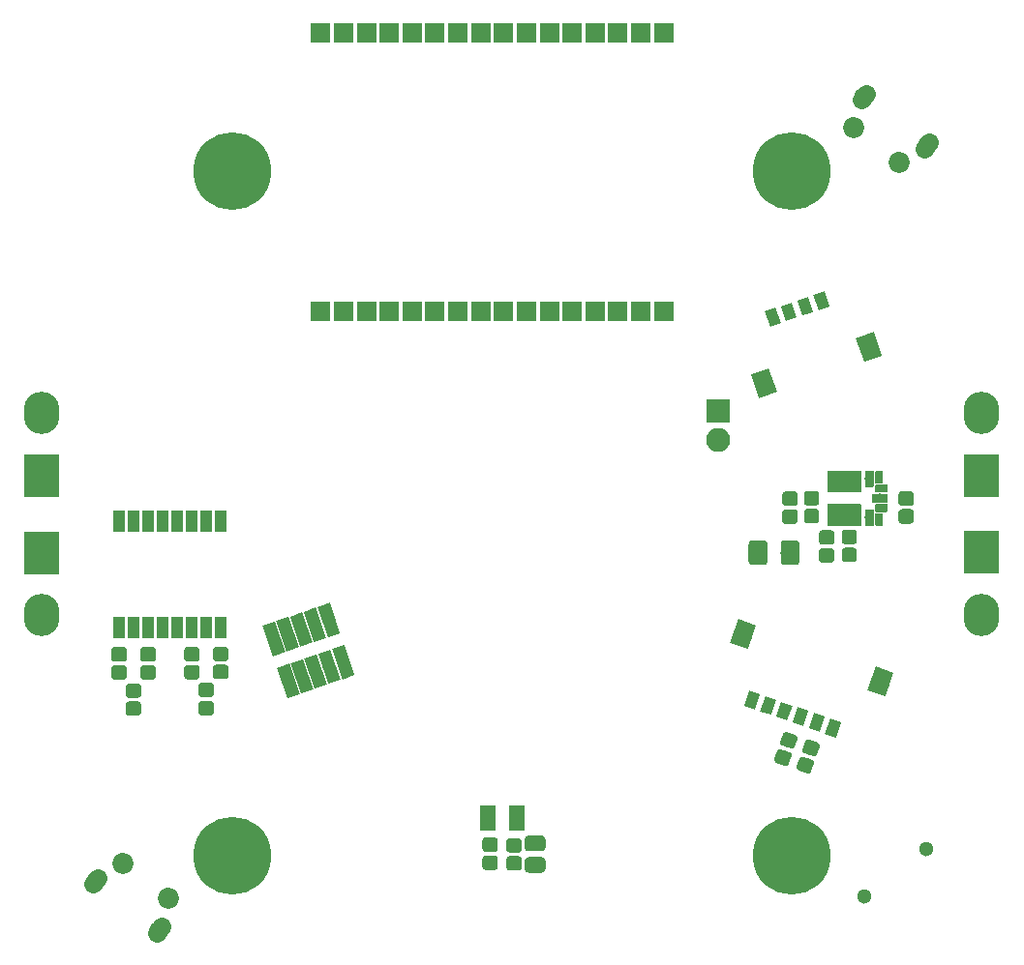
<source format=gbr>
G04 #@! TF.GenerationSoftware,KiCad,Pcbnew,6.0.0-rc1-unknown-3eb3db0~66~ubuntu18.04.1*
G04 #@! TF.CreationDate,2018-08-10T12:26:18-07:00*
G04 #@! TF.ProjectId,main_board_onion,6D61696E5F626F6172645F6F6E696F6E,rev?*
G04 #@! TF.SameCoordinates,Original*
G04 #@! TF.FileFunction,Soldermask,Bot*
G04 #@! TF.FilePolarity,Negative*
%FSLAX46Y46*%
G04 Gerber Fmt 4.6, Leading zero omitted, Abs format (unit mm)*
G04 Created by KiCad (PCBNEW 6.0.0-rc1-unknown-3eb3db0~66~ubuntu18.04.1) date Fri Aug 10 12:26:18 2018*
%MOMM*%
%LPD*%
G01*
G04 APERTURE LIST*
%ADD10C,0.100000*%
%ADD11C,1.900000*%
%ADD12C,0.700000*%
%ADD13C,0.800000*%
%ADD14C,1.275000*%
%ADD15O,3.100000X3.700000*%
%ADD16R,3.100000X3.700000*%
%ADD17R,2.100000X2.100000*%
%ADD18O,2.100000X2.100000*%
%ADD19C,6.800000*%
%ADD20C,1.140000*%
%ADD21C,1.650000*%
%ADD22C,1.000000*%
%ADD23C,1.850000*%
%ADD24C,1.600000*%
%ADD25C,1.600000*%
%ADD26C,1.375000*%
%ADD27R,1.750000X1.750000*%
%ADD28C,1.300000*%
%ADD29R,1.000000X1.900000*%
%ADD30R,1.400000X2.200000*%
G04 APERTURE END LIST*
D10*
G04 #@! TO.C,U1*
G36*
X179800787Y-86980674D02*
X179806320Y-86981495D01*
X179811746Y-86982854D01*
X179817013Y-86984739D01*
X179822070Y-86987130D01*
X179826868Y-86990006D01*
X179831360Y-86993338D01*
X179835505Y-86997095D01*
X179839262Y-87001240D01*
X179842594Y-87005732D01*
X179845470Y-87010530D01*
X179847861Y-87015587D01*
X179849746Y-87020854D01*
X179851105Y-87026280D01*
X179851926Y-87031813D01*
X179852200Y-87037400D01*
X179852200Y-88823400D01*
X179851926Y-88828987D01*
X179851105Y-88834520D01*
X179849746Y-88839946D01*
X179847861Y-88845213D01*
X179845470Y-88850270D01*
X179842594Y-88855068D01*
X179839262Y-88859560D01*
X179835505Y-88863705D01*
X179831360Y-88867462D01*
X179826868Y-88870794D01*
X179822070Y-88873670D01*
X179817013Y-88876061D01*
X179811746Y-88877946D01*
X179806320Y-88879305D01*
X179800787Y-88880126D01*
X179795200Y-88880400D01*
X176959200Y-88880400D01*
X176953613Y-88880126D01*
X176948080Y-88879305D01*
X176942654Y-88877946D01*
X176937387Y-88876061D01*
X176932330Y-88873670D01*
X176927532Y-88870794D01*
X176923040Y-88867462D01*
X176918895Y-88863705D01*
X176915138Y-88859560D01*
X176911806Y-88855068D01*
X176908930Y-88850270D01*
X176906539Y-88845213D01*
X176904654Y-88839946D01*
X176903295Y-88834520D01*
X176902474Y-88828987D01*
X176902200Y-88823400D01*
X176902200Y-87037400D01*
X176902474Y-87031813D01*
X176903295Y-87026280D01*
X176904654Y-87020854D01*
X176906539Y-87015587D01*
X176908930Y-87010530D01*
X176911806Y-87005732D01*
X176915138Y-87001240D01*
X176918895Y-86997095D01*
X176923040Y-86993338D01*
X176927532Y-86990006D01*
X176932330Y-86987130D01*
X176937387Y-86984739D01*
X176942654Y-86982854D01*
X176948080Y-86981495D01*
X176953613Y-86980674D01*
X176959200Y-86980400D01*
X179795200Y-86980400D01*
X179800787Y-86980674D01*
X179800787Y-86980674D01*
G37*
D11*
X178377200Y-87930400D03*
D10*
G36*
X179800787Y-89880674D02*
X179806320Y-89881495D01*
X179811746Y-89882854D01*
X179817013Y-89884739D01*
X179822070Y-89887130D01*
X179826868Y-89890006D01*
X179831360Y-89893338D01*
X179835505Y-89897095D01*
X179839262Y-89901240D01*
X179842594Y-89905732D01*
X179845470Y-89910530D01*
X179847861Y-89915587D01*
X179849746Y-89920854D01*
X179851105Y-89926280D01*
X179851926Y-89931813D01*
X179852200Y-89937400D01*
X179852200Y-91723400D01*
X179851926Y-91728987D01*
X179851105Y-91734520D01*
X179849746Y-91739946D01*
X179847861Y-91745213D01*
X179845470Y-91750270D01*
X179842594Y-91755068D01*
X179839262Y-91759560D01*
X179835505Y-91763705D01*
X179831360Y-91767462D01*
X179826868Y-91770794D01*
X179822070Y-91773670D01*
X179817013Y-91776061D01*
X179811746Y-91777946D01*
X179806320Y-91779305D01*
X179800787Y-91780126D01*
X179795200Y-91780400D01*
X176959200Y-91780400D01*
X176953613Y-91780126D01*
X176948080Y-91779305D01*
X176942654Y-91777946D01*
X176937387Y-91776061D01*
X176932330Y-91773670D01*
X176927532Y-91770794D01*
X176923040Y-91767462D01*
X176918895Y-91763705D01*
X176915138Y-91759560D01*
X176911806Y-91755068D01*
X176908930Y-91750270D01*
X176906539Y-91745213D01*
X176904654Y-91739946D01*
X176903295Y-91734520D01*
X176902474Y-91728987D01*
X176902200Y-91723400D01*
X176902200Y-89937400D01*
X176902474Y-89931813D01*
X176903295Y-89926280D01*
X176904654Y-89920854D01*
X176906539Y-89915587D01*
X176908930Y-89910530D01*
X176911806Y-89905732D01*
X176915138Y-89901240D01*
X176918895Y-89897095D01*
X176923040Y-89893338D01*
X176927532Y-89890006D01*
X176932330Y-89887130D01*
X176937387Y-89884739D01*
X176942654Y-89882854D01*
X176948080Y-89881495D01*
X176953613Y-89880674D01*
X176959200Y-89880400D01*
X179795200Y-89880400D01*
X179800787Y-89880674D01*
X179800787Y-89880674D01*
G37*
D11*
X178377200Y-90830400D03*
D10*
G36*
X181682492Y-86980906D02*
X181692684Y-86982418D01*
X181702680Y-86984921D01*
X181712382Y-86988393D01*
X181721697Y-86992798D01*
X181730535Y-86998096D01*
X181738811Y-87004234D01*
X181746446Y-87011154D01*
X181753366Y-87018789D01*
X181759504Y-87027065D01*
X181764802Y-87035903D01*
X181769207Y-87045218D01*
X181772679Y-87054920D01*
X181775182Y-87064916D01*
X181776694Y-87075108D01*
X181777200Y-87085400D01*
X181777200Y-87975400D01*
X181776694Y-87985692D01*
X181775182Y-87995884D01*
X181772679Y-88005880D01*
X181769207Y-88015582D01*
X181764802Y-88024897D01*
X181759504Y-88033735D01*
X181753366Y-88042011D01*
X181746446Y-88049646D01*
X181738811Y-88056566D01*
X181730535Y-88062704D01*
X181721697Y-88068002D01*
X181712382Y-88072407D01*
X181702680Y-88075879D01*
X181692684Y-88078382D01*
X181682492Y-88079894D01*
X181672200Y-88080400D01*
X181182200Y-88080400D01*
X181171908Y-88079894D01*
X181161716Y-88078382D01*
X181151720Y-88075879D01*
X181142018Y-88072407D01*
X181132703Y-88068002D01*
X181123865Y-88062704D01*
X181115589Y-88056566D01*
X181107954Y-88049646D01*
X181101034Y-88042011D01*
X181094896Y-88033735D01*
X181089598Y-88024897D01*
X181085193Y-88015582D01*
X181081721Y-88005880D01*
X181079218Y-87995884D01*
X181077706Y-87985692D01*
X181077200Y-87975400D01*
X181077200Y-87085400D01*
X181077706Y-87075108D01*
X181079218Y-87064916D01*
X181081721Y-87054920D01*
X181085193Y-87045218D01*
X181089598Y-87035903D01*
X181094896Y-87027065D01*
X181101034Y-87018789D01*
X181107954Y-87011154D01*
X181115589Y-87004234D01*
X181123865Y-86998096D01*
X181132703Y-86992798D01*
X181142018Y-86988393D01*
X181151720Y-86984921D01*
X181161716Y-86982418D01*
X181171908Y-86980906D01*
X181182200Y-86980400D01*
X181672200Y-86980400D01*
X181682492Y-86980906D01*
X181682492Y-86980906D01*
G37*
D12*
X181427200Y-87530400D03*
D10*
G36*
X182082492Y-88180906D02*
X182092684Y-88182418D01*
X182102680Y-88184921D01*
X182112382Y-88188393D01*
X182121697Y-88192798D01*
X182130535Y-88198096D01*
X182138811Y-88204234D01*
X182146446Y-88211154D01*
X182153366Y-88218789D01*
X182159504Y-88227065D01*
X182164802Y-88235903D01*
X182169207Y-88245218D01*
X182172679Y-88254920D01*
X182175182Y-88264916D01*
X182176694Y-88275108D01*
X182177200Y-88285400D01*
X182177200Y-88775400D01*
X182176694Y-88785692D01*
X182175182Y-88795884D01*
X182172679Y-88805880D01*
X182169207Y-88815582D01*
X182164802Y-88824897D01*
X182159504Y-88833735D01*
X182153366Y-88842011D01*
X182146446Y-88849646D01*
X182138811Y-88856566D01*
X182130535Y-88862704D01*
X182121697Y-88868002D01*
X182112382Y-88872407D01*
X182102680Y-88875879D01*
X182092684Y-88878382D01*
X182082492Y-88879894D01*
X182072200Y-88880400D01*
X181182200Y-88880400D01*
X181171908Y-88879894D01*
X181161716Y-88878382D01*
X181151720Y-88875879D01*
X181142018Y-88872407D01*
X181132703Y-88868002D01*
X181123865Y-88862704D01*
X181115589Y-88856566D01*
X181107954Y-88849646D01*
X181101034Y-88842011D01*
X181094896Y-88833735D01*
X181089598Y-88824897D01*
X181085193Y-88815582D01*
X181081721Y-88805880D01*
X181079218Y-88795884D01*
X181077706Y-88785692D01*
X181077200Y-88775400D01*
X181077200Y-88285400D01*
X181077706Y-88275108D01*
X181079218Y-88264916D01*
X181081721Y-88254920D01*
X181085193Y-88245218D01*
X181089598Y-88235903D01*
X181094896Y-88227065D01*
X181101034Y-88218789D01*
X181107954Y-88211154D01*
X181115589Y-88204234D01*
X181123865Y-88198096D01*
X181132703Y-88192798D01*
X181142018Y-88188393D01*
X181151720Y-88184921D01*
X181161716Y-88182418D01*
X181171908Y-88180906D01*
X181182200Y-88180400D01*
X182072200Y-88180400D01*
X182082492Y-88180906D01*
X182082492Y-88180906D01*
G37*
D12*
X181627200Y-88530400D03*
D10*
G36*
X180890610Y-86980862D02*
X180899929Y-86982245D01*
X180909067Y-86984534D01*
X180917938Y-86987708D01*
X180926454Y-86991736D01*
X180934535Y-86996579D01*
X180942102Y-87002191D01*
X180949082Y-87008518D01*
X180955409Y-87015498D01*
X180961021Y-87023065D01*
X180965864Y-87031146D01*
X180969892Y-87039662D01*
X180973066Y-87048533D01*
X180975355Y-87057671D01*
X180976738Y-87066990D01*
X180977200Y-87076400D01*
X180977200Y-88284400D01*
X180976738Y-88293810D01*
X180975355Y-88303129D01*
X180973066Y-88312267D01*
X180969892Y-88321138D01*
X180965864Y-88329654D01*
X180961021Y-88337735D01*
X180955409Y-88345302D01*
X180949082Y-88352282D01*
X180942102Y-88358609D01*
X180934535Y-88364221D01*
X180926454Y-88369064D01*
X180917938Y-88373092D01*
X180909067Y-88376266D01*
X180899929Y-88378555D01*
X180890610Y-88379938D01*
X180881200Y-88380400D01*
X180273200Y-88380400D01*
X180263790Y-88379938D01*
X180254471Y-88378555D01*
X180245333Y-88376266D01*
X180236462Y-88373092D01*
X180227946Y-88369064D01*
X180219865Y-88364221D01*
X180212298Y-88358609D01*
X180205318Y-88352282D01*
X180198991Y-88345302D01*
X180193379Y-88337735D01*
X180188536Y-88329654D01*
X180184508Y-88321138D01*
X180181334Y-88312267D01*
X180179045Y-88303129D01*
X180177662Y-88293810D01*
X180177200Y-88284400D01*
X180177200Y-87076400D01*
X180177662Y-87066990D01*
X180179045Y-87057671D01*
X180181334Y-87048533D01*
X180184508Y-87039662D01*
X180188536Y-87031146D01*
X180193379Y-87023065D01*
X180198991Y-87015498D01*
X180205318Y-87008518D01*
X180212298Y-87002191D01*
X180219865Y-86996579D01*
X180227946Y-86991736D01*
X180236462Y-86987708D01*
X180245333Y-86984534D01*
X180254471Y-86982245D01*
X180263790Y-86980862D01*
X180273200Y-86980400D01*
X180881200Y-86980400D01*
X180890610Y-86980862D01*
X180890610Y-86980862D01*
G37*
D13*
X180577200Y-87680400D03*
D10*
G36*
X182090610Y-88980862D02*
X182099929Y-88982245D01*
X182109067Y-88984534D01*
X182117938Y-88987708D01*
X182126454Y-88991736D01*
X182134535Y-88996579D01*
X182142102Y-89002191D01*
X182149082Y-89008518D01*
X182155409Y-89015498D01*
X182161021Y-89023065D01*
X182165864Y-89031146D01*
X182169892Y-89039662D01*
X182173066Y-89048533D01*
X182175355Y-89057671D01*
X182176738Y-89066990D01*
X182177200Y-89076400D01*
X182177200Y-89684400D01*
X182176738Y-89693810D01*
X182175355Y-89703129D01*
X182173066Y-89712267D01*
X182169892Y-89721138D01*
X182165864Y-89729654D01*
X182161021Y-89737735D01*
X182155409Y-89745302D01*
X182149082Y-89752282D01*
X182142102Y-89758609D01*
X182134535Y-89764221D01*
X182126454Y-89769064D01*
X182117938Y-89773092D01*
X182109067Y-89776266D01*
X182099929Y-89778555D01*
X182090610Y-89779938D01*
X182081200Y-89780400D01*
X180873200Y-89780400D01*
X180863790Y-89779938D01*
X180854471Y-89778555D01*
X180845333Y-89776266D01*
X180836462Y-89773092D01*
X180827946Y-89769064D01*
X180819865Y-89764221D01*
X180812298Y-89758609D01*
X180805318Y-89752282D01*
X180798991Y-89745302D01*
X180793379Y-89737735D01*
X180788536Y-89729654D01*
X180784508Y-89721138D01*
X180781334Y-89712267D01*
X180779045Y-89703129D01*
X180777662Y-89693810D01*
X180777200Y-89684400D01*
X180777200Y-89076400D01*
X180777662Y-89066990D01*
X180779045Y-89057671D01*
X180781334Y-89048533D01*
X180784508Y-89039662D01*
X180788536Y-89031146D01*
X180793379Y-89023065D01*
X180798991Y-89015498D01*
X180805318Y-89008518D01*
X180812298Y-89002191D01*
X180819865Y-88996579D01*
X180827946Y-88991736D01*
X180836462Y-88987708D01*
X180845333Y-88984534D01*
X180854471Y-88982245D01*
X180863790Y-88980862D01*
X180873200Y-88980400D01*
X182081200Y-88980400D01*
X182090610Y-88980862D01*
X182090610Y-88980862D01*
G37*
D13*
X181477200Y-89380400D03*
D10*
G36*
X182082492Y-89880906D02*
X182092684Y-89882418D01*
X182102680Y-89884921D01*
X182112382Y-89888393D01*
X182121697Y-89892798D01*
X182130535Y-89898096D01*
X182138811Y-89904234D01*
X182146446Y-89911154D01*
X182153366Y-89918789D01*
X182159504Y-89927065D01*
X182164802Y-89935903D01*
X182169207Y-89945218D01*
X182172679Y-89954920D01*
X182175182Y-89964916D01*
X182176694Y-89975108D01*
X182177200Y-89985400D01*
X182177200Y-90475400D01*
X182176694Y-90485692D01*
X182175182Y-90495884D01*
X182172679Y-90505880D01*
X182169207Y-90515582D01*
X182164802Y-90524897D01*
X182159504Y-90533735D01*
X182153366Y-90542011D01*
X182146446Y-90549646D01*
X182138811Y-90556566D01*
X182130535Y-90562704D01*
X182121697Y-90568002D01*
X182112382Y-90572407D01*
X182102680Y-90575879D01*
X182092684Y-90578382D01*
X182082492Y-90579894D01*
X182072200Y-90580400D01*
X181182200Y-90580400D01*
X181171908Y-90579894D01*
X181161716Y-90578382D01*
X181151720Y-90575879D01*
X181142018Y-90572407D01*
X181132703Y-90568002D01*
X181123865Y-90562704D01*
X181115589Y-90556566D01*
X181107954Y-90549646D01*
X181101034Y-90542011D01*
X181094896Y-90533735D01*
X181089598Y-90524897D01*
X181085193Y-90515582D01*
X181081721Y-90505880D01*
X181079218Y-90495884D01*
X181077706Y-90485692D01*
X181077200Y-90475400D01*
X181077200Y-89985400D01*
X181077706Y-89975108D01*
X181079218Y-89964916D01*
X181081721Y-89954920D01*
X181085193Y-89945218D01*
X181089598Y-89935903D01*
X181094896Y-89927065D01*
X181101034Y-89918789D01*
X181107954Y-89911154D01*
X181115589Y-89904234D01*
X181123865Y-89898096D01*
X181132703Y-89892798D01*
X181142018Y-89888393D01*
X181151720Y-89884921D01*
X181161716Y-89882418D01*
X181171908Y-89880906D01*
X181182200Y-89880400D01*
X182072200Y-89880400D01*
X182082492Y-89880906D01*
X182082492Y-89880906D01*
G37*
D12*
X181627200Y-90230400D03*
D10*
G36*
X180890610Y-90380862D02*
X180899929Y-90382245D01*
X180909067Y-90384534D01*
X180917938Y-90387708D01*
X180926454Y-90391736D01*
X180934535Y-90396579D01*
X180942102Y-90402191D01*
X180949082Y-90408518D01*
X180955409Y-90415498D01*
X180961021Y-90423065D01*
X180965864Y-90431146D01*
X180969892Y-90439662D01*
X180973066Y-90448533D01*
X180975355Y-90457671D01*
X180976738Y-90466990D01*
X180977200Y-90476400D01*
X180977200Y-91684400D01*
X180976738Y-91693810D01*
X180975355Y-91703129D01*
X180973066Y-91712267D01*
X180969892Y-91721138D01*
X180965864Y-91729654D01*
X180961021Y-91737735D01*
X180955409Y-91745302D01*
X180949082Y-91752282D01*
X180942102Y-91758609D01*
X180934535Y-91764221D01*
X180926454Y-91769064D01*
X180917938Y-91773092D01*
X180909067Y-91776266D01*
X180899929Y-91778555D01*
X180890610Y-91779938D01*
X180881200Y-91780400D01*
X180273200Y-91780400D01*
X180263790Y-91779938D01*
X180254471Y-91778555D01*
X180245333Y-91776266D01*
X180236462Y-91773092D01*
X180227946Y-91769064D01*
X180219865Y-91764221D01*
X180212298Y-91758609D01*
X180205318Y-91752282D01*
X180198991Y-91745302D01*
X180193379Y-91737735D01*
X180188536Y-91729654D01*
X180184508Y-91721138D01*
X180181334Y-91712267D01*
X180179045Y-91703129D01*
X180177662Y-91693810D01*
X180177200Y-91684400D01*
X180177200Y-90476400D01*
X180177662Y-90466990D01*
X180179045Y-90457671D01*
X180181334Y-90448533D01*
X180184508Y-90439662D01*
X180188536Y-90431146D01*
X180193379Y-90423065D01*
X180198991Y-90415498D01*
X180205318Y-90408518D01*
X180212298Y-90402191D01*
X180219865Y-90396579D01*
X180227946Y-90391736D01*
X180236462Y-90387708D01*
X180245333Y-90384534D01*
X180254471Y-90382245D01*
X180263790Y-90380862D01*
X180273200Y-90380400D01*
X180881200Y-90380400D01*
X180890610Y-90380862D01*
X180890610Y-90380862D01*
G37*
D13*
X180577200Y-91080400D03*
D10*
G36*
X181682492Y-90680906D02*
X181692684Y-90682418D01*
X181702680Y-90684921D01*
X181712382Y-90688393D01*
X181721697Y-90692798D01*
X181730535Y-90698096D01*
X181738811Y-90704234D01*
X181746446Y-90711154D01*
X181753366Y-90718789D01*
X181759504Y-90727065D01*
X181764802Y-90735903D01*
X181769207Y-90745218D01*
X181772679Y-90754920D01*
X181775182Y-90764916D01*
X181776694Y-90775108D01*
X181777200Y-90785400D01*
X181777200Y-91675400D01*
X181776694Y-91685692D01*
X181775182Y-91695884D01*
X181772679Y-91705880D01*
X181769207Y-91715582D01*
X181764802Y-91724897D01*
X181759504Y-91733735D01*
X181753366Y-91742011D01*
X181746446Y-91749646D01*
X181738811Y-91756566D01*
X181730535Y-91762704D01*
X181721697Y-91768002D01*
X181712382Y-91772407D01*
X181702680Y-91775879D01*
X181692684Y-91778382D01*
X181682492Y-91779894D01*
X181672200Y-91780400D01*
X181182200Y-91780400D01*
X181171908Y-91779894D01*
X181161716Y-91778382D01*
X181151720Y-91775879D01*
X181142018Y-91772407D01*
X181132703Y-91768002D01*
X181123865Y-91762704D01*
X181115589Y-91756566D01*
X181107954Y-91749646D01*
X181101034Y-91742011D01*
X181094896Y-91733735D01*
X181089598Y-91724897D01*
X181085193Y-91715582D01*
X181081721Y-91705880D01*
X181079218Y-91695884D01*
X181077706Y-91685692D01*
X181077200Y-91675400D01*
X181077200Y-90785400D01*
X181077706Y-90775108D01*
X181079218Y-90764916D01*
X181081721Y-90754920D01*
X181085193Y-90745218D01*
X181089598Y-90735903D01*
X181094896Y-90727065D01*
X181101034Y-90718789D01*
X181107954Y-90711154D01*
X181115589Y-90704234D01*
X181123865Y-90698096D01*
X181132703Y-90692798D01*
X181142018Y-90688393D01*
X181151720Y-90684921D01*
X181161716Y-90682418D01*
X181171908Y-90680906D01*
X181182200Y-90680400D01*
X181672200Y-90680400D01*
X181682492Y-90680906D01*
X181682492Y-90680906D01*
G37*
D12*
X181427200Y-91230400D03*
G04 #@! TD*
D10*
G04 #@! TO.C,C3*
G36*
X175901493Y-90296035D02*
X175932435Y-90300625D01*
X175962778Y-90308225D01*
X175992230Y-90318763D01*
X176020508Y-90332138D01*
X176047338Y-90348219D01*
X176072463Y-90366853D01*
X176095640Y-90387860D01*
X176116647Y-90411037D01*
X176135281Y-90436162D01*
X176151362Y-90462992D01*
X176164737Y-90491270D01*
X176175275Y-90520722D01*
X176182875Y-90551065D01*
X176187465Y-90582007D01*
X176189000Y-90613250D01*
X176189000Y-91250750D01*
X176187465Y-91281993D01*
X176182875Y-91312935D01*
X176175275Y-91343278D01*
X176164737Y-91372730D01*
X176151362Y-91401008D01*
X176135281Y-91427838D01*
X176116647Y-91452963D01*
X176095640Y-91476140D01*
X176072463Y-91497147D01*
X176047338Y-91515781D01*
X176020508Y-91531862D01*
X175992230Y-91545237D01*
X175962778Y-91555775D01*
X175932435Y-91563375D01*
X175901493Y-91567965D01*
X175870250Y-91569500D01*
X175157750Y-91569500D01*
X175126507Y-91567965D01*
X175095565Y-91563375D01*
X175065222Y-91555775D01*
X175035770Y-91545237D01*
X175007492Y-91531862D01*
X174980662Y-91515781D01*
X174955537Y-91497147D01*
X174932360Y-91476140D01*
X174911353Y-91452963D01*
X174892719Y-91427838D01*
X174876638Y-91401008D01*
X174863263Y-91372730D01*
X174852725Y-91343278D01*
X174845125Y-91312935D01*
X174840535Y-91281993D01*
X174839000Y-91250750D01*
X174839000Y-90613250D01*
X174840535Y-90582007D01*
X174845125Y-90551065D01*
X174852725Y-90520722D01*
X174863263Y-90491270D01*
X174876638Y-90462992D01*
X174892719Y-90436162D01*
X174911353Y-90411037D01*
X174932360Y-90387860D01*
X174955537Y-90366853D01*
X174980662Y-90348219D01*
X175007492Y-90332138D01*
X175035770Y-90318763D01*
X175065222Y-90308225D01*
X175095565Y-90300625D01*
X175126507Y-90296035D01*
X175157750Y-90294500D01*
X175870250Y-90294500D01*
X175901493Y-90296035D01*
X175901493Y-90296035D01*
G37*
D14*
X175514000Y-90932000D03*
D10*
G36*
X175901493Y-88721035D02*
X175932435Y-88725625D01*
X175962778Y-88733225D01*
X175992230Y-88743763D01*
X176020508Y-88757138D01*
X176047338Y-88773219D01*
X176072463Y-88791853D01*
X176095640Y-88812860D01*
X176116647Y-88836037D01*
X176135281Y-88861162D01*
X176151362Y-88887992D01*
X176164737Y-88916270D01*
X176175275Y-88945722D01*
X176182875Y-88976065D01*
X176187465Y-89007007D01*
X176189000Y-89038250D01*
X176189000Y-89675750D01*
X176187465Y-89706993D01*
X176182875Y-89737935D01*
X176175275Y-89768278D01*
X176164737Y-89797730D01*
X176151362Y-89826008D01*
X176135281Y-89852838D01*
X176116647Y-89877963D01*
X176095640Y-89901140D01*
X176072463Y-89922147D01*
X176047338Y-89940781D01*
X176020508Y-89956862D01*
X175992230Y-89970237D01*
X175962778Y-89980775D01*
X175932435Y-89988375D01*
X175901493Y-89992965D01*
X175870250Y-89994500D01*
X175157750Y-89994500D01*
X175126507Y-89992965D01*
X175095565Y-89988375D01*
X175065222Y-89980775D01*
X175035770Y-89970237D01*
X175007492Y-89956862D01*
X174980662Y-89940781D01*
X174955537Y-89922147D01*
X174932360Y-89901140D01*
X174911353Y-89877963D01*
X174892719Y-89852838D01*
X174876638Y-89826008D01*
X174863263Y-89797730D01*
X174852725Y-89768278D01*
X174845125Y-89737935D01*
X174840535Y-89706993D01*
X174839000Y-89675750D01*
X174839000Y-89038250D01*
X174840535Y-89007007D01*
X174845125Y-88976065D01*
X174852725Y-88945722D01*
X174863263Y-88916270D01*
X174876638Y-88887992D01*
X174892719Y-88861162D01*
X174911353Y-88836037D01*
X174932360Y-88812860D01*
X174955537Y-88791853D01*
X174980662Y-88773219D01*
X175007492Y-88757138D01*
X175035770Y-88743763D01*
X175065222Y-88733225D01*
X175095565Y-88725625D01*
X175126507Y-88721035D01*
X175157750Y-88719500D01*
X175870250Y-88719500D01*
X175901493Y-88721035D01*
X175901493Y-88721035D01*
G37*
D14*
X175514000Y-89357000D03*
G04 #@! TD*
D10*
G04 #@! TO.C,C4*
G36*
X174021893Y-88772035D02*
X174052835Y-88776625D01*
X174083178Y-88784225D01*
X174112630Y-88794763D01*
X174140908Y-88808138D01*
X174167738Y-88824219D01*
X174192863Y-88842853D01*
X174216040Y-88863860D01*
X174237047Y-88887037D01*
X174255681Y-88912162D01*
X174271762Y-88938992D01*
X174285137Y-88967270D01*
X174295675Y-88996722D01*
X174303275Y-89027065D01*
X174307865Y-89058007D01*
X174309400Y-89089250D01*
X174309400Y-89726750D01*
X174307865Y-89757993D01*
X174303275Y-89788935D01*
X174295675Y-89819278D01*
X174285137Y-89848730D01*
X174271762Y-89877008D01*
X174255681Y-89903838D01*
X174237047Y-89928963D01*
X174216040Y-89952140D01*
X174192863Y-89973147D01*
X174167738Y-89991781D01*
X174140908Y-90007862D01*
X174112630Y-90021237D01*
X174083178Y-90031775D01*
X174052835Y-90039375D01*
X174021893Y-90043965D01*
X173990650Y-90045500D01*
X173278150Y-90045500D01*
X173246907Y-90043965D01*
X173215965Y-90039375D01*
X173185622Y-90031775D01*
X173156170Y-90021237D01*
X173127892Y-90007862D01*
X173101062Y-89991781D01*
X173075937Y-89973147D01*
X173052760Y-89952140D01*
X173031753Y-89928963D01*
X173013119Y-89903838D01*
X172997038Y-89877008D01*
X172983663Y-89848730D01*
X172973125Y-89819278D01*
X172965525Y-89788935D01*
X172960935Y-89757993D01*
X172959400Y-89726750D01*
X172959400Y-89089250D01*
X172960935Y-89058007D01*
X172965525Y-89027065D01*
X172973125Y-88996722D01*
X172983663Y-88967270D01*
X172997038Y-88938992D01*
X173013119Y-88912162D01*
X173031753Y-88887037D01*
X173052760Y-88863860D01*
X173075937Y-88842853D01*
X173101062Y-88824219D01*
X173127892Y-88808138D01*
X173156170Y-88794763D01*
X173185622Y-88784225D01*
X173215965Y-88776625D01*
X173246907Y-88772035D01*
X173278150Y-88770500D01*
X173990650Y-88770500D01*
X174021893Y-88772035D01*
X174021893Y-88772035D01*
G37*
D14*
X173634400Y-89408000D03*
D10*
G36*
X174021893Y-90347035D02*
X174052835Y-90351625D01*
X174083178Y-90359225D01*
X174112630Y-90369763D01*
X174140908Y-90383138D01*
X174167738Y-90399219D01*
X174192863Y-90417853D01*
X174216040Y-90438860D01*
X174237047Y-90462037D01*
X174255681Y-90487162D01*
X174271762Y-90513992D01*
X174285137Y-90542270D01*
X174295675Y-90571722D01*
X174303275Y-90602065D01*
X174307865Y-90633007D01*
X174309400Y-90664250D01*
X174309400Y-91301750D01*
X174307865Y-91332993D01*
X174303275Y-91363935D01*
X174295675Y-91394278D01*
X174285137Y-91423730D01*
X174271762Y-91452008D01*
X174255681Y-91478838D01*
X174237047Y-91503963D01*
X174216040Y-91527140D01*
X174192863Y-91548147D01*
X174167738Y-91566781D01*
X174140908Y-91582862D01*
X174112630Y-91596237D01*
X174083178Y-91606775D01*
X174052835Y-91614375D01*
X174021893Y-91618965D01*
X173990650Y-91620500D01*
X173278150Y-91620500D01*
X173246907Y-91618965D01*
X173215965Y-91614375D01*
X173185622Y-91606775D01*
X173156170Y-91596237D01*
X173127892Y-91582862D01*
X173101062Y-91566781D01*
X173075937Y-91548147D01*
X173052760Y-91527140D01*
X173031753Y-91503963D01*
X173013119Y-91478838D01*
X172997038Y-91452008D01*
X172983663Y-91423730D01*
X172973125Y-91394278D01*
X172965525Y-91363935D01*
X172960935Y-91332993D01*
X172959400Y-91301750D01*
X172959400Y-90664250D01*
X172960935Y-90633007D01*
X172965525Y-90602065D01*
X172973125Y-90571722D01*
X172983663Y-90542270D01*
X172997038Y-90513992D01*
X173013119Y-90487162D01*
X173031753Y-90462037D01*
X173052760Y-90438860D01*
X173075937Y-90417853D01*
X173101062Y-90399219D01*
X173127892Y-90383138D01*
X173156170Y-90369763D01*
X173185622Y-90359225D01*
X173215965Y-90351625D01*
X173246907Y-90347035D01*
X173278150Y-90345500D01*
X173990650Y-90345500D01*
X174021893Y-90347035D01*
X174021893Y-90347035D01*
G37*
D14*
X173634400Y-90983000D03*
G04 #@! TD*
D10*
G04 #@! TO.C,R1*
G36*
X177222293Y-92175435D02*
X177253235Y-92180025D01*
X177283578Y-92187625D01*
X177313030Y-92198163D01*
X177341308Y-92211538D01*
X177368138Y-92227619D01*
X177393263Y-92246253D01*
X177416440Y-92267260D01*
X177437447Y-92290437D01*
X177456081Y-92315562D01*
X177472162Y-92342392D01*
X177485537Y-92370670D01*
X177496075Y-92400122D01*
X177503675Y-92430465D01*
X177508265Y-92461407D01*
X177509800Y-92492650D01*
X177509800Y-93130150D01*
X177508265Y-93161393D01*
X177503675Y-93192335D01*
X177496075Y-93222678D01*
X177485537Y-93252130D01*
X177472162Y-93280408D01*
X177456081Y-93307238D01*
X177437447Y-93332363D01*
X177416440Y-93355540D01*
X177393263Y-93376547D01*
X177368138Y-93395181D01*
X177341308Y-93411262D01*
X177313030Y-93424637D01*
X177283578Y-93435175D01*
X177253235Y-93442775D01*
X177222293Y-93447365D01*
X177191050Y-93448900D01*
X176478550Y-93448900D01*
X176447307Y-93447365D01*
X176416365Y-93442775D01*
X176386022Y-93435175D01*
X176356570Y-93424637D01*
X176328292Y-93411262D01*
X176301462Y-93395181D01*
X176276337Y-93376547D01*
X176253160Y-93355540D01*
X176232153Y-93332363D01*
X176213519Y-93307238D01*
X176197438Y-93280408D01*
X176184063Y-93252130D01*
X176173525Y-93222678D01*
X176165925Y-93192335D01*
X176161335Y-93161393D01*
X176159800Y-93130150D01*
X176159800Y-92492650D01*
X176161335Y-92461407D01*
X176165925Y-92430465D01*
X176173525Y-92400122D01*
X176184063Y-92370670D01*
X176197438Y-92342392D01*
X176213519Y-92315562D01*
X176232153Y-92290437D01*
X176253160Y-92267260D01*
X176276337Y-92246253D01*
X176301462Y-92227619D01*
X176328292Y-92211538D01*
X176356570Y-92198163D01*
X176386022Y-92187625D01*
X176416365Y-92180025D01*
X176447307Y-92175435D01*
X176478550Y-92173900D01*
X177191050Y-92173900D01*
X177222293Y-92175435D01*
X177222293Y-92175435D01*
G37*
D14*
X176834800Y-92811400D03*
D10*
G36*
X177222293Y-93750435D02*
X177253235Y-93755025D01*
X177283578Y-93762625D01*
X177313030Y-93773163D01*
X177341308Y-93786538D01*
X177368138Y-93802619D01*
X177393263Y-93821253D01*
X177416440Y-93842260D01*
X177437447Y-93865437D01*
X177456081Y-93890562D01*
X177472162Y-93917392D01*
X177485537Y-93945670D01*
X177496075Y-93975122D01*
X177503675Y-94005465D01*
X177508265Y-94036407D01*
X177509800Y-94067650D01*
X177509800Y-94705150D01*
X177508265Y-94736393D01*
X177503675Y-94767335D01*
X177496075Y-94797678D01*
X177485537Y-94827130D01*
X177472162Y-94855408D01*
X177456081Y-94882238D01*
X177437447Y-94907363D01*
X177416440Y-94930540D01*
X177393263Y-94951547D01*
X177368138Y-94970181D01*
X177341308Y-94986262D01*
X177313030Y-94999637D01*
X177283578Y-95010175D01*
X177253235Y-95017775D01*
X177222293Y-95022365D01*
X177191050Y-95023900D01*
X176478550Y-95023900D01*
X176447307Y-95022365D01*
X176416365Y-95017775D01*
X176386022Y-95010175D01*
X176356570Y-94999637D01*
X176328292Y-94986262D01*
X176301462Y-94970181D01*
X176276337Y-94951547D01*
X176253160Y-94930540D01*
X176232153Y-94907363D01*
X176213519Y-94882238D01*
X176197438Y-94855408D01*
X176184063Y-94827130D01*
X176173525Y-94797678D01*
X176165925Y-94767335D01*
X176161335Y-94736393D01*
X176159800Y-94705150D01*
X176159800Y-94067650D01*
X176161335Y-94036407D01*
X176165925Y-94005465D01*
X176173525Y-93975122D01*
X176184063Y-93945670D01*
X176197438Y-93917392D01*
X176213519Y-93890562D01*
X176232153Y-93865437D01*
X176253160Y-93842260D01*
X176276337Y-93821253D01*
X176301462Y-93802619D01*
X176328292Y-93786538D01*
X176356570Y-93773163D01*
X176386022Y-93762625D01*
X176416365Y-93755025D01*
X176447307Y-93750435D01*
X176478550Y-93748900D01*
X177191050Y-93748900D01*
X177222293Y-93750435D01*
X177222293Y-93750435D01*
G37*
D14*
X176834800Y-94386400D03*
G04 #@! TD*
D15*
G04 #@! TO.C,J2*
X190398400Y-99607000D03*
D16*
X190398400Y-94107000D03*
G04 #@! TD*
D15*
G04 #@! TO.C,J3*
X190373000Y-81876000D03*
D16*
X190373000Y-87376000D03*
G04 #@! TD*
D15*
G04 #@! TO.C,J4*
X108204000Y-99632400D03*
D16*
X108204000Y-94132400D03*
G04 #@! TD*
G04 #@! TO.C,J5*
X108204000Y-87376000D03*
D15*
X108204000Y-81876000D03*
G04 #@! TD*
D10*
G04 #@! TO.C,C1*
G36*
X184181893Y-90321535D02*
X184212835Y-90326125D01*
X184243178Y-90333725D01*
X184272630Y-90344263D01*
X184300908Y-90357638D01*
X184327738Y-90373719D01*
X184352863Y-90392353D01*
X184376040Y-90413360D01*
X184397047Y-90436537D01*
X184415681Y-90461662D01*
X184431762Y-90488492D01*
X184445137Y-90516770D01*
X184455675Y-90546222D01*
X184463275Y-90576565D01*
X184467865Y-90607507D01*
X184469400Y-90638750D01*
X184469400Y-91276250D01*
X184467865Y-91307493D01*
X184463275Y-91338435D01*
X184455675Y-91368778D01*
X184445137Y-91398230D01*
X184431762Y-91426508D01*
X184415681Y-91453338D01*
X184397047Y-91478463D01*
X184376040Y-91501640D01*
X184352863Y-91522647D01*
X184327738Y-91541281D01*
X184300908Y-91557362D01*
X184272630Y-91570737D01*
X184243178Y-91581275D01*
X184212835Y-91588875D01*
X184181893Y-91593465D01*
X184150650Y-91595000D01*
X183438150Y-91595000D01*
X183406907Y-91593465D01*
X183375965Y-91588875D01*
X183345622Y-91581275D01*
X183316170Y-91570737D01*
X183287892Y-91557362D01*
X183261062Y-91541281D01*
X183235937Y-91522647D01*
X183212760Y-91501640D01*
X183191753Y-91478463D01*
X183173119Y-91453338D01*
X183157038Y-91426508D01*
X183143663Y-91398230D01*
X183133125Y-91368778D01*
X183125525Y-91338435D01*
X183120935Y-91307493D01*
X183119400Y-91276250D01*
X183119400Y-90638750D01*
X183120935Y-90607507D01*
X183125525Y-90576565D01*
X183133125Y-90546222D01*
X183143663Y-90516770D01*
X183157038Y-90488492D01*
X183173119Y-90461662D01*
X183191753Y-90436537D01*
X183212760Y-90413360D01*
X183235937Y-90392353D01*
X183261062Y-90373719D01*
X183287892Y-90357638D01*
X183316170Y-90344263D01*
X183345622Y-90333725D01*
X183375965Y-90326125D01*
X183406907Y-90321535D01*
X183438150Y-90320000D01*
X184150650Y-90320000D01*
X184181893Y-90321535D01*
X184181893Y-90321535D01*
G37*
D14*
X183794400Y-90957500D03*
D10*
G36*
X184181893Y-88746535D02*
X184212835Y-88751125D01*
X184243178Y-88758725D01*
X184272630Y-88769263D01*
X184300908Y-88782638D01*
X184327738Y-88798719D01*
X184352863Y-88817353D01*
X184376040Y-88838360D01*
X184397047Y-88861537D01*
X184415681Y-88886662D01*
X184431762Y-88913492D01*
X184445137Y-88941770D01*
X184455675Y-88971222D01*
X184463275Y-89001565D01*
X184467865Y-89032507D01*
X184469400Y-89063750D01*
X184469400Y-89701250D01*
X184467865Y-89732493D01*
X184463275Y-89763435D01*
X184455675Y-89793778D01*
X184445137Y-89823230D01*
X184431762Y-89851508D01*
X184415681Y-89878338D01*
X184397047Y-89903463D01*
X184376040Y-89926640D01*
X184352863Y-89947647D01*
X184327738Y-89966281D01*
X184300908Y-89982362D01*
X184272630Y-89995737D01*
X184243178Y-90006275D01*
X184212835Y-90013875D01*
X184181893Y-90018465D01*
X184150650Y-90020000D01*
X183438150Y-90020000D01*
X183406907Y-90018465D01*
X183375965Y-90013875D01*
X183345622Y-90006275D01*
X183316170Y-89995737D01*
X183287892Y-89982362D01*
X183261062Y-89966281D01*
X183235937Y-89947647D01*
X183212760Y-89926640D01*
X183191753Y-89903463D01*
X183173119Y-89878338D01*
X183157038Y-89851508D01*
X183143663Y-89823230D01*
X183133125Y-89793778D01*
X183125525Y-89763435D01*
X183120935Y-89732493D01*
X183119400Y-89701250D01*
X183119400Y-89063750D01*
X183120935Y-89032507D01*
X183125525Y-89001565D01*
X183133125Y-88971222D01*
X183143663Y-88941770D01*
X183157038Y-88913492D01*
X183173119Y-88886662D01*
X183191753Y-88861537D01*
X183212760Y-88838360D01*
X183235937Y-88817353D01*
X183261062Y-88798719D01*
X183287892Y-88782638D01*
X183316170Y-88769263D01*
X183345622Y-88758725D01*
X183375965Y-88751125D01*
X183406907Y-88746535D01*
X183438150Y-88745000D01*
X184150650Y-88745000D01*
X184181893Y-88746535D01*
X184181893Y-88746535D01*
G37*
D14*
X183794400Y-89382500D03*
G04 #@! TD*
D10*
G04 #@! TO.C,C13*
G36*
X149879293Y-120699935D02*
X149910235Y-120704525D01*
X149940578Y-120712125D01*
X149970030Y-120722663D01*
X149998308Y-120736038D01*
X150025138Y-120752119D01*
X150050263Y-120770753D01*
X150073440Y-120791760D01*
X150094447Y-120814937D01*
X150113081Y-120840062D01*
X150129162Y-120866892D01*
X150142537Y-120895170D01*
X150153075Y-120924622D01*
X150160675Y-120954965D01*
X150165265Y-120985907D01*
X150166800Y-121017150D01*
X150166800Y-121654650D01*
X150165265Y-121685893D01*
X150160675Y-121716835D01*
X150153075Y-121747178D01*
X150142537Y-121776630D01*
X150129162Y-121804908D01*
X150113081Y-121831738D01*
X150094447Y-121856863D01*
X150073440Y-121880040D01*
X150050263Y-121901047D01*
X150025138Y-121919681D01*
X149998308Y-121935762D01*
X149970030Y-121949137D01*
X149940578Y-121959675D01*
X149910235Y-121967275D01*
X149879293Y-121971865D01*
X149848050Y-121973400D01*
X149135550Y-121973400D01*
X149104307Y-121971865D01*
X149073365Y-121967275D01*
X149043022Y-121959675D01*
X149013570Y-121949137D01*
X148985292Y-121935762D01*
X148958462Y-121919681D01*
X148933337Y-121901047D01*
X148910160Y-121880040D01*
X148889153Y-121856863D01*
X148870519Y-121831738D01*
X148854438Y-121804908D01*
X148841063Y-121776630D01*
X148830525Y-121747178D01*
X148822925Y-121716835D01*
X148818335Y-121685893D01*
X148816800Y-121654650D01*
X148816800Y-121017150D01*
X148818335Y-120985907D01*
X148822925Y-120954965D01*
X148830525Y-120924622D01*
X148841063Y-120895170D01*
X148854438Y-120866892D01*
X148870519Y-120840062D01*
X148889153Y-120814937D01*
X148910160Y-120791760D01*
X148933337Y-120770753D01*
X148958462Y-120752119D01*
X148985292Y-120736038D01*
X149013570Y-120722663D01*
X149043022Y-120712125D01*
X149073365Y-120704525D01*
X149104307Y-120699935D01*
X149135550Y-120698400D01*
X149848050Y-120698400D01*
X149879293Y-120699935D01*
X149879293Y-120699935D01*
G37*
D14*
X149491800Y-121335900D03*
D10*
G36*
X149879293Y-119124935D02*
X149910235Y-119129525D01*
X149940578Y-119137125D01*
X149970030Y-119147663D01*
X149998308Y-119161038D01*
X150025138Y-119177119D01*
X150050263Y-119195753D01*
X150073440Y-119216760D01*
X150094447Y-119239937D01*
X150113081Y-119265062D01*
X150129162Y-119291892D01*
X150142537Y-119320170D01*
X150153075Y-119349622D01*
X150160675Y-119379965D01*
X150165265Y-119410907D01*
X150166800Y-119442150D01*
X150166800Y-120079650D01*
X150165265Y-120110893D01*
X150160675Y-120141835D01*
X150153075Y-120172178D01*
X150142537Y-120201630D01*
X150129162Y-120229908D01*
X150113081Y-120256738D01*
X150094447Y-120281863D01*
X150073440Y-120305040D01*
X150050263Y-120326047D01*
X150025138Y-120344681D01*
X149998308Y-120360762D01*
X149970030Y-120374137D01*
X149940578Y-120384675D01*
X149910235Y-120392275D01*
X149879293Y-120396865D01*
X149848050Y-120398400D01*
X149135550Y-120398400D01*
X149104307Y-120396865D01*
X149073365Y-120392275D01*
X149043022Y-120384675D01*
X149013570Y-120374137D01*
X148985292Y-120360762D01*
X148958462Y-120344681D01*
X148933337Y-120326047D01*
X148910160Y-120305040D01*
X148889153Y-120281863D01*
X148870519Y-120256738D01*
X148854438Y-120229908D01*
X148841063Y-120201630D01*
X148830525Y-120172178D01*
X148822925Y-120141835D01*
X148818335Y-120110893D01*
X148816800Y-120079650D01*
X148816800Y-119442150D01*
X148818335Y-119410907D01*
X148822925Y-119379965D01*
X148830525Y-119349622D01*
X148841063Y-119320170D01*
X148854438Y-119291892D01*
X148870519Y-119265062D01*
X148889153Y-119239937D01*
X148910160Y-119216760D01*
X148933337Y-119195753D01*
X148958462Y-119177119D01*
X148985292Y-119161038D01*
X149013570Y-119147663D01*
X149043022Y-119137125D01*
X149073365Y-119129525D01*
X149104307Y-119124935D01*
X149135550Y-119123400D01*
X149848050Y-119123400D01*
X149879293Y-119124935D01*
X149879293Y-119124935D01*
G37*
D14*
X149491800Y-119760900D03*
G04 #@! TD*
D10*
G04 #@! TO.C,C14*
G36*
X147783793Y-119061435D02*
X147814735Y-119066025D01*
X147845078Y-119073625D01*
X147874530Y-119084163D01*
X147902808Y-119097538D01*
X147929638Y-119113619D01*
X147954763Y-119132253D01*
X147977940Y-119153260D01*
X147998947Y-119176437D01*
X148017581Y-119201562D01*
X148033662Y-119228392D01*
X148047037Y-119256670D01*
X148057575Y-119286122D01*
X148065175Y-119316465D01*
X148069765Y-119347407D01*
X148071300Y-119378650D01*
X148071300Y-120016150D01*
X148069765Y-120047393D01*
X148065175Y-120078335D01*
X148057575Y-120108678D01*
X148047037Y-120138130D01*
X148033662Y-120166408D01*
X148017581Y-120193238D01*
X147998947Y-120218363D01*
X147977940Y-120241540D01*
X147954763Y-120262547D01*
X147929638Y-120281181D01*
X147902808Y-120297262D01*
X147874530Y-120310637D01*
X147845078Y-120321175D01*
X147814735Y-120328775D01*
X147783793Y-120333365D01*
X147752550Y-120334900D01*
X147040050Y-120334900D01*
X147008807Y-120333365D01*
X146977865Y-120328775D01*
X146947522Y-120321175D01*
X146918070Y-120310637D01*
X146889792Y-120297262D01*
X146862962Y-120281181D01*
X146837837Y-120262547D01*
X146814660Y-120241540D01*
X146793653Y-120218363D01*
X146775019Y-120193238D01*
X146758938Y-120166408D01*
X146745563Y-120138130D01*
X146735025Y-120108678D01*
X146727425Y-120078335D01*
X146722835Y-120047393D01*
X146721300Y-120016150D01*
X146721300Y-119378650D01*
X146722835Y-119347407D01*
X146727425Y-119316465D01*
X146735025Y-119286122D01*
X146745563Y-119256670D01*
X146758938Y-119228392D01*
X146775019Y-119201562D01*
X146793653Y-119176437D01*
X146814660Y-119153260D01*
X146837837Y-119132253D01*
X146862962Y-119113619D01*
X146889792Y-119097538D01*
X146918070Y-119084163D01*
X146947522Y-119073625D01*
X146977865Y-119066025D01*
X147008807Y-119061435D01*
X147040050Y-119059900D01*
X147752550Y-119059900D01*
X147783793Y-119061435D01*
X147783793Y-119061435D01*
G37*
D14*
X147396300Y-119697400D03*
D10*
G36*
X147783793Y-120636435D02*
X147814735Y-120641025D01*
X147845078Y-120648625D01*
X147874530Y-120659163D01*
X147902808Y-120672538D01*
X147929638Y-120688619D01*
X147954763Y-120707253D01*
X147977940Y-120728260D01*
X147998947Y-120751437D01*
X148017581Y-120776562D01*
X148033662Y-120803392D01*
X148047037Y-120831670D01*
X148057575Y-120861122D01*
X148065175Y-120891465D01*
X148069765Y-120922407D01*
X148071300Y-120953650D01*
X148071300Y-121591150D01*
X148069765Y-121622393D01*
X148065175Y-121653335D01*
X148057575Y-121683678D01*
X148047037Y-121713130D01*
X148033662Y-121741408D01*
X148017581Y-121768238D01*
X147998947Y-121793363D01*
X147977940Y-121816540D01*
X147954763Y-121837547D01*
X147929638Y-121856181D01*
X147902808Y-121872262D01*
X147874530Y-121885637D01*
X147845078Y-121896175D01*
X147814735Y-121903775D01*
X147783793Y-121908365D01*
X147752550Y-121909900D01*
X147040050Y-121909900D01*
X147008807Y-121908365D01*
X146977865Y-121903775D01*
X146947522Y-121896175D01*
X146918070Y-121885637D01*
X146889792Y-121872262D01*
X146862962Y-121856181D01*
X146837837Y-121837547D01*
X146814660Y-121816540D01*
X146793653Y-121793363D01*
X146775019Y-121768238D01*
X146758938Y-121741408D01*
X146745563Y-121713130D01*
X146735025Y-121683678D01*
X146727425Y-121653335D01*
X146722835Y-121622393D01*
X146721300Y-121591150D01*
X146721300Y-120953650D01*
X146722835Y-120922407D01*
X146727425Y-120891465D01*
X146735025Y-120861122D01*
X146745563Y-120831670D01*
X146758938Y-120803392D01*
X146775019Y-120776562D01*
X146793653Y-120751437D01*
X146814660Y-120728260D01*
X146837837Y-120707253D01*
X146862962Y-120688619D01*
X146889792Y-120672538D01*
X146918070Y-120659163D01*
X146947522Y-120648625D01*
X146977865Y-120641025D01*
X147008807Y-120636435D01*
X147040050Y-120634900D01*
X147752550Y-120634900D01*
X147783793Y-120636435D01*
X147783793Y-120636435D01*
G37*
D14*
X147396300Y-121272400D03*
G04 #@! TD*
D10*
G04 #@! TO.C,C15*
G36*
X122942493Y-107098135D02*
X122973435Y-107102725D01*
X123003778Y-107110325D01*
X123033230Y-107120863D01*
X123061508Y-107134238D01*
X123088338Y-107150319D01*
X123113463Y-107168953D01*
X123136640Y-107189960D01*
X123157647Y-107213137D01*
X123176281Y-107238262D01*
X123192362Y-107265092D01*
X123205737Y-107293370D01*
X123216275Y-107322822D01*
X123223875Y-107353165D01*
X123228465Y-107384107D01*
X123230000Y-107415350D01*
X123230000Y-108052850D01*
X123228465Y-108084093D01*
X123223875Y-108115035D01*
X123216275Y-108145378D01*
X123205737Y-108174830D01*
X123192362Y-108203108D01*
X123176281Y-108229938D01*
X123157647Y-108255063D01*
X123136640Y-108278240D01*
X123113463Y-108299247D01*
X123088338Y-108317881D01*
X123061508Y-108333962D01*
X123033230Y-108347337D01*
X123003778Y-108357875D01*
X122973435Y-108365475D01*
X122942493Y-108370065D01*
X122911250Y-108371600D01*
X122198750Y-108371600D01*
X122167507Y-108370065D01*
X122136565Y-108365475D01*
X122106222Y-108357875D01*
X122076770Y-108347337D01*
X122048492Y-108333962D01*
X122021662Y-108317881D01*
X121996537Y-108299247D01*
X121973360Y-108278240D01*
X121952353Y-108255063D01*
X121933719Y-108229938D01*
X121917638Y-108203108D01*
X121904263Y-108174830D01*
X121893725Y-108145378D01*
X121886125Y-108115035D01*
X121881535Y-108084093D01*
X121880000Y-108052850D01*
X121880000Y-107415350D01*
X121881535Y-107384107D01*
X121886125Y-107353165D01*
X121893725Y-107322822D01*
X121904263Y-107293370D01*
X121917638Y-107265092D01*
X121933719Y-107238262D01*
X121952353Y-107213137D01*
X121973360Y-107189960D01*
X121996537Y-107168953D01*
X122021662Y-107150319D01*
X122048492Y-107134238D01*
X122076770Y-107120863D01*
X122106222Y-107110325D01*
X122136565Y-107102725D01*
X122167507Y-107098135D01*
X122198750Y-107096600D01*
X122911250Y-107096600D01*
X122942493Y-107098135D01*
X122942493Y-107098135D01*
G37*
D14*
X122555000Y-107734100D03*
D10*
G36*
X122942493Y-105523135D02*
X122973435Y-105527725D01*
X123003778Y-105535325D01*
X123033230Y-105545863D01*
X123061508Y-105559238D01*
X123088338Y-105575319D01*
X123113463Y-105593953D01*
X123136640Y-105614960D01*
X123157647Y-105638137D01*
X123176281Y-105663262D01*
X123192362Y-105690092D01*
X123205737Y-105718370D01*
X123216275Y-105747822D01*
X123223875Y-105778165D01*
X123228465Y-105809107D01*
X123230000Y-105840350D01*
X123230000Y-106477850D01*
X123228465Y-106509093D01*
X123223875Y-106540035D01*
X123216275Y-106570378D01*
X123205737Y-106599830D01*
X123192362Y-106628108D01*
X123176281Y-106654938D01*
X123157647Y-106680063D01*
X123136640Y-106703240D01*
X123113463Y-106724247D01*
X123088338Y-106742881D01*
X123061508Y-106758962D01*
X123033230Y-106772337D01*
X123003778Y-106782875D01*
X122973435Y-106790475D01*
X122942493Y-106795065D01*
X122911250Y-106796600D01*
X122198750Y-106796600D01*
X122167507Y-106795065D01*
X122136565Y-106790475D01*
X122106222Y-106782875D01*
X122076770Y-106772337D01*
X122048492Y-106758962D01*
X122021662Y-106742881D01*
X121996537Y-106724247D01*
X121973360Y-106703240D01*
X121952353Y-106680063D01*
X121933719Y-106654938D01*
X121917638Y-106628108D01*
X121904263Y-106599830D01*
X121893725Y-106570378D01*
X121886125Y-106540035D01*
X121881535Y-106509093D01*
X121880000Y-106477850D01*
X121880000Y-105840350D01*
X121881535Y-105809107D01*
X121886125Y-105778165D01*
X121893725Y-105747822D01*
X121904263Y-105718370D01*
X121917638Y-105690092D01*
X121933719Y-105663262D01*
X121952353Y-105638137D01*
X121973360Y-105614960D01*
X121996537Y-105593953D01*
X122021662Y-105575319D01*
X122048492Y-105559238D01*
X122076770Y-105545863D01*
X122106222Y-105535325D01*
X122136565Y-105527725D01*
X122167507Y-105523135D01*
X122198750Y-105521600D01*
X122911250Y-105521600D01*
X122942493Y-105523135D01*
X122942493Y-105523135D01*
G37*
D14*
X122555000Y-106159100D03*
G04 #@! TD*
D10*
G04 #@! TO.C,C16*
G36*
X116579793Y-107149035D02*
X116610735Y-107153625D01*
X116641078Y-107161225D01*
X116670530Y-107171763D01*
X116698808Y-107185138D01*
X116725638Y-107201219D01*
X116750763Y-107219853D01*
X116773940Y-107240860D01*
X116794947Y-107264037D01*
X116813581Y-107289162D01*
X116829662Y-107315992D01*
X116843037Y-107344270D01*
X116853575Y-107373722D01*
X116861175Y-107404065D01*
X116865765Y-107435007D01*
X116867300Y-107466250D01*
X116867300Y-108103750D01*
X116865765Y-108134993D01*
X116861175Y-108165935D01*
X116853575Y-108196278D01*
X116843037Y-108225730D01*
X116829662Y-108254008D01*
X116813581Y-108280838D01*
X116794947Y-108305963D01*
X116773940Y-108329140D01*
X116750763Y-108350147D01*
X116725638Y-108368781D01*
X116698808Y-108384862D01*
X116670530Y-108398237D01*
X116641078Y-108408775D01*
X116610735Y-108416375D01*
X116579793Y-108420965D01*
X116548550Y-108422500D01*
X115836050Y-108422500D01*
X115804807Y-108420965D01*
X115773865Y-108416375D01*
X115743522Y-108408775D01*
X115714070Y-108398237D01*
X115685792Y-108384862D01*
X115658962Y-108368781D01*
X115633837Y-108350147D01*
X115610660Y-108329140D01*
X115589653Y-108305963D01*
X115571019Y-108280838D01*
X115554938Y-108254008D01*
X115541563Y-108225730D01*
X115531025Y-108196278D01*
X115523425Y-108165935D01*
X115518835Y-108134993D01*
X115517300Y-108103750D01*
X115517300Y-107466250D01*
X115518835Y-107435007D01*
X115523425Y-107404065D01*
X115531025Y-107373722D01*
X115541563Y-107344270D01*
X115554938Y-107315992D01*
X115571019Y-107289162D01*
X115589653Y-107264037D01*
X115610660Y-107240860D01*
X115633837Y-107219853D01*
X115658962Y-107201219D01*
X115685792Y-107185138D01*
X115714070Y-107171763D01*
X115743522Y-107161225D01*
X115773865Y-107153625D01*
X115804807Y-107149035D01*
X115836050Y-107147500D01*
X116548550Y-107147500D01*
X116579793Y-107149035D01*
X116579793Y-107149035D01*
G37*
D14*
X116192300Y-107785000D03*
D10*
G36*
X116579793Y-105574035D02*
X116610735Y-105578625D01*
X116641078Y-105586225D01*
X116670530Y-105596763D01*
X116698808Y-105610138D01*
X116725638Y-105626219D01*
X116750763Y-105644853D01*
X116773940Y-105665860D01*
X116794947Y-105689037D01*
X116813581Y-105714162D01*
X116829662Y-105740992D01*
X116843037Y-105769270D01*
X116853575Y-105798722D01*
X116861175Y-105829065D01*
X116865765Y-105860007D01*
X116867300Y-105891250D01*
X116867300Y-106528750D01*
X116865765Y-106559993D01*
X116861175Y-106590935D01*
X116853575Y-106621278D01*
X116843037Y-106650730D01*
X116829662Y-106679008D01*
X116813581Y-106705838D01*
X116794947Y-106730963D01*
X116773940Y-106754140D01*
X116750763Y-106775147D01*
X116725638Y-106793781D01*
X116698808Y-106809862D01*
X116670530Y-106823237D01*
X116641078Y-106833775D01*
X116610735Y-106841375D01*
X116579793Y-106845965D01*
X116548550Y-106847500D01*
X115836050Y-106847500D01*
X115804807Y-106845965D01*
X115773865Y-106841375D01*
X115743522Y-106833775D01*
X115714070Y-106823237D01*
X115685792Y-106809862D01*
X115658962Y-106793781D01*
X115633837Y-106775147D01*
X115610660Y-106754140D01*
X115589653Y-106730963D01*
X115571019Y-106705838D01*
X115554938Y-106679008D01*
X115541563Y-106650730D01*
X115531025Y-106621278D01*
X115523425Y-106590935D01*
X115518835Y-106559993D01*
X115517300Y-106528750D01*
X115517300Y-105891250D01*
X115518835Y-105860007D01*
X115523425Y-105829065D01*
X115531025Y-105798722D01*
X115541563Y-105769270D01*
X115554938Y-105740992D01*
X115571019Y-105714162D01*
X115589653Y-105689037D01*
X115610660Y-105665860D01*
X115633837Y-105644853D01*
X115658962Y-105626219D01*
X115685792Y-105610138D01*
X115714070Y-105596763D01*
X115743522Y-105586225D01*
X115773865Y-105578625D01*
X115804807Y-105574035D01*
X115836050Y-105572500D01*
X116548550Y-105572500D01*
X116579793Y-105574035D01*
X116579793Y-105574035D01*
G37*
D14*
X116192300Y-106210000D03*
G04 #@! TD*
D17*
G04 #@! TO.C,J1*
X167335200Y-81762600D03*
D18*
X167335200Y-84302600D03*
G04 #@! TD*
D19*
G04 #@! TO.C,J6*
X173799500Y-60706000D03*
G04 #@! TD*
G04 #@! TO.C,J7*
X124841000Y-60706000D03*
G04 #@! TD*
G04 #@! TO.C,J8*
X173799500Y-120713500D03*
G04 #@! TD*
G04 #@! TO.C,J9*
X124815600Y-120700800D03*
G04 #@! TD*
D20*
G04 #@! TO.C,J11*
X134544975Y-103721718D03*
D10*
G36*
X135539716Y-104859870D02*
X134461825Y-105231018D01*
X133550234Y-102583566D01*
X134628125Y-102212418D01*
X135539716Y-104859870D01*
X135539716Y-104859870D01*
G37*
D20*
X133275259Y-100034196D03*
D10*
G36*
X134270000Y-101172348D02*
X133192109Y-101543496D01*
X132280518Y-98896044D01*
X133358409Y-98524896D01*
X134270000Y-101172348D01*
X134270000Y-101172348D01*
G37*
D20*
X133344166Y-104135190D03*
D10*
G36*
X134338907Y-105273342D02*
X133261016Y-105644490D01*
X132349425Y-102997038D01*
X133427316Y-102625890D01*
X134338907Y-105273342D01*
X134338907Y-105273342D01*
G37*
D20*
X132074451Y-100447667D03*
D10*
G36*
X133069192Y-101585819D02*
X131991301Y-101956967D01*
X131079710Y-99309515D01*
X132157601Y-98938367D01*
X133069192Y-101585819D01*
X133069192Y-101585819D01*
G37*
D20*
X132143358Y-104548661D03*
D10*
G36*
X133138099Y-105686813D02*
X132060208Y-106057961D01*
X131148617Y-103410509D01*
X132226508Y-103039361D01*
X133138099Y-105686813D01*
X133138099Y-105686813D01*
G37*
D20*
X130873642Y-100861139D03*
D10*
G36*
X131868383Y-101999291D02*
X130790492Y-102370439D01*
X129878901Y-99722987D01*
X130956792Y-99351839D01*
X131868383Y-101999291D01*
X131868383Y-101999291D01*
G37*
D20*
X130942549Y-104962133D03*
D10*
G36*
X131937290Y-106100285D02*
X130859399Y-106471433D01*
X129947808Y-103823981D01*
X131025699Y-103452833D01*
X131937290Y-106100285D01*
X131937290Y-106100285D01*
G37*
D20*
X129672834Y-101274610D03*
D10*
G36*
X130667575Y-102412762D02*
X129589684Y-102783910D01*
X128678093Y-100136458D01*
X129755984Y-99765310D01*
X130667575Y-102412762D01*
X130667575Y-102412762D01*
G37*
D20*
X129741741Y-105375604D03*
D10*
G36*
X130736482Y-106513756D02*
X129658591Y-106884904D01*
X128747000Y-104237452D01*
X129824891Y-103866304D01*
X130736482Y-106513756D01*
X130736482Y-106513756D01*
G37*
D20*
X128472025Y-101688082D03*
D10*
G36*
X129466766Y-102826234D02*
X128388875Y-103197382D01*
X127477284Y-100549930D01*
X128555175Y-100178782D01*
X129466766Y-102826234D01*
X129466766Y-102826234D01*
G37*
G04 #@! TD*
D21*
G04 #@! TO.C,J12*
X169522965Y-101279697D03*
D10*
G36*
X170661143Y-100508220D02*
X169944893Y-102588361D01*
X168384787Y-102051174D01*
X169101037Y-99971033D01*
X170661143Y-100508220D01*
X170661143Y-100508220D01*
G37*
D21*
X181540506Y-105417669D03*
D10*
G36*
X182678684Y-104646192D02*
X181962434Y-106726333D01*
X180402328Y-106189146D01*
X181118578Y-104109005D01*
X182678684Y-104646192D01*
X182678684Y-104646192D01*
G37*
D22*
X170296342Y-107035044D03*
D10*
G36*
X170996999Y-106535965D02*
X170541204Y-107859691D01*
X169595685Y-107534123D01*
X170051480Y-106210397D01*
X170996999Y-106535965D01*
X170996999Y-106535965D01*
G37*
D22*
X171714620Y-107523396D03*
D10*
G36*
X172415277Y-107024317D02*
X171959482Y-108348043D01*
X171013963Y-108022475D01*
X171469758Y-106698749D01*
X172415277Y-107024317D01*
X172415277Y-107024317D01*
G37*
D22*
X173132898Y-108011748D03*
D10*
G36*
X173833555Y-107512669D02*
X173377760Y-108836395D01*
X172432241Y-108510827D01*
X172888036Y-107187101D01*
X173833555Y-107512669D01*
X173833555Y-107512669D01*
G37*
D22*
X174551176Y-108500101D03*
D10*
G36*
X175251833Y-108001022D02*
X174796038Y-109324748D01*
X173850519Y-108999180D01*
X174306314Y-107675454D01*
X175251833Y-108001022D01*
X175251833Y-108001022D01*
G37*
D22*
X175969454Y-108988453D03*
D10*
G36*
X176670111Y-108489374D02*
X176214316Y-109813100D01*
X175268797Y-109487532D01*
X175724592Y-108163806D01*
X176670111Y-108489374D01*
X176670111Y-108489374D01*
G37*
D22*
X177387732Y-109476805D03*
D10*
G36*
X178088389Y-108977726D02*
X177632594Y-110301452D01*
X176687075Y-109975884D01*
X177142870Y-108652158D01*
X178088389Y-108977726D01*
X178088389Y-108977726D01*
G37*
G04 #@! TD*
D22*
G04 #@! TO.C,J14*
X172121020Y-73527804D03*
D10*
G36*
X171876158Y-74352451D02*
X171420363Y-73028725D01*
X172365882Y-72703157D01*
X172821677Y-74026883D01*
X171876158Y-74352451D01*
X171876158Y-74352451D01*
G37*
D22*
X173539298Y-73039452D03*
D10*
G36*
X173294436Y-73864099D02*
X172838641Y-72540373D01*
X173784160Y-72214805D01*
X174239955Y-73538531D01*
X173294436Y-73864099D01*
X173294436Y-73864099D01*
G37*
D22*
X174957576Y-72551099D03*
D10*
G36*
X174712714Y-73375746D02*
X174256919Y-72052020D01*
X175202438Y-71726452D01*
X175658233Y-73050178D01*
X174712714Y-73375746D01*
X174712714Y-73375746D01*
G37*
D22*
X176375854Y-72062747D03*
D10*
G36*
X176130992Y-72887394D02*
X175675197Y-71563668D01*
X176620716Y-71238100D01*
X177076511Y-72561826D01*
X176130992Y-72887394D01*
X176130992Y-72887394D01*
G37*
D21*
X171347643Y-79283150D03*
D10*
G36*
X170925715Y-80591814D02*
X170209465Y-78511673D01*
X171769571Y-77974486D01*
X172485821Y-80054627D01*
X170925715Y-80591814D01*
X170925715Y-80591814D01*
G37*
D21*
X180528627Y-76121884D03*
D10*
G36*
X180106699Y-77430548D02*
X179390449Y-75350407D01*
X180950555Y-74813220D01*
X181666805Y-76893361D01*
X180106699Y-77430548D01*
X180106699Y-77430548D01*
G37*
G04 #@! TD*
D23*
G04 #@! TO.C,J15*
X115300519Y-121355681D03*
X119267286Y-124399488D03*
D24*
X112863510Y-122888974D03*
D25*
X112650443Y-123166648D02*
X113076577Y-122611300D01*
D24*
X118416983Y-127150304D03*
D25*
X118630050Y-126872630D02*
X118203916Y-127427978D01*
G04 #@! TD*
D24*
G04 #@! TO.C,J17*
X180071910Y-54207373D03*
D25*
X179858843Y-54485047D02*
X180284977Y-53929699D01*
D24*
X185625383Y-58468703D03*
D25*
X185838450Y-58191029D02*
X185412316Y-58746377D01*
D23*
X179221607Y-56958189D03*
X183188374Y-60001996D03*
G04 #@! TD*
D10*
G04 #@! TO.C,JP1*
G36*
X171361746Y-93058989D02*
X171393780Y-93063741D01*
X171425194Y-93071610D01*
X171455686Y-93082520D01*
X171484961Y-93096366D01*
X171512738Y-93113015D01*
X171538750Y-93132307D01*
X171562745Y-93154055D01*
X171584493Y-93178050D01*
X171603785Y-93204062D01*
X171620434Y-93231839D01*
X171634280Y-93261114D01*
X171645190Y-93291606D01*
X171653059Y-93323020D01*
X171657811Y-93355054D01*
X171659400Y-93387400D01*
X171659400Y-94877400D01*
X171657811Y-94909746D01*
X171653059Y-94941780D01*
X171645190Y-94973194D01*
X171634280Y-95003686D01*
X171620434Y-95032961D01*
X171603785Y-95060738D01*
X171584493Y-95086750D01*
X171562745Y-95110745D01*
X171538750Y-95132493D01*
X171512738Y-95151785D01*
X171484961Y-95168434D01*
X171455686Y-95182280D01*
X171425194Y-95193190D01*
X171393780Y-95201059D01*
X171361746Y-95205811D01*
X171329400Y-95207400D01*
X170339400Y-95207400D01*
X170307054Y-95205811D01*
X170275020Y-95201059D01*
X170243606Y-95193190D01*
X170213114Y-95182280D01*
X170183839Y-95168434D01*
X170156062Y-95151785D01*
X170130050Y-95132493D01*
X170106055Y-95110745D01*
X170084307Y-95086750D01*
X170065015Y-95060738D01*
X170048366Y-95032961D01*
X170034520Y-95003686D01*
X170023610Y-94973194D01*
X170015741Y-94941780D01*
X170010989Y-94909746D01*
X170009400Y-94877400D01*
X170009400Y-93387400D01*
X170010989Y-93355054D01*
X170015741Y-93323020D01*
X170023610Y-93291606D01*
X170034520Y-93261114D01*
X170048366Y-93231839D01*
X170065015Y-93204062D01*
X170084307Y-93178050D01*
X170106055Y-93154055D01*
X170130050Y-93132307D01*
X170156062Y-93113015D01*
X170183839Y-93096366D01*
X170213114Y-93082520D01*
X170243606Y-93071610D01*
X170275020Y-93063741D01*
X170307054Y-93058989D01*
X170339400Y-93057400D01*
X171329400Y-93057400D01*
X171361746Y-93058989D01*
X171361746Y-93058989D01*
G37*
D21*
X170834400Y-94132400D03*
D10*
G36*
X174161746Y-93058989D02*
X174193780Y-93063741D01*
X174225194Y-93071610D01*
X174255686Y-93082520D01*
X174284961Y-93096366D01*
X174312738Y-93113015D01*
X174338750Y-93132307D01*
X174362745Y-93154055D01*
X174384493Y-93178050D01*
X174403785Y-93204062D01*
X174420434Y-93231839D01*
X174434280Y-93261114D01*
X174445190Y-93291606D01*
X174453059Y-93323020D01*
X174457811Y-93355054D01*
X174459400Y-93387400D01*
X174459400Y-94877400D01*
X174457811Y-94909746D01*
X174453059Y-94941780D01*
X174445190Y-94973194D01*
X174434280Y-95003686D01*
X174420434Y-95032961D01*
X174403785Y-95060738D01*
X174384493Y-95086750D01*
X174362745Y-95110745D01*
X174338750Y-95132493D01*
X174312738Y-95151785D01*
X174284961Y-95168434D01*
X174255686Y-95182280D01*
X174225194Y-95193190D01*
X174193780Y-95201059D01*
X174161746Y-95205811D01*
X174129400Y-95207400D01*
X173139400Y-95207400D01*
X173107054Y-95205811D01*
X173075020Y-95201059D01*
X173043606Y-95193190D01*
X173013114Y-95182280D01*
X172983839Y-95168434D01*
X172956062Y-95151785D01*
X172930050Y-95132493D01*
X172906055Y-95110745D01*
X172884307Y-95086750D01*
X172865015Y-95060738D01*
X172848366Y-95032961D01*
X172834520Y-95003686D01*
X172823610Y-94973194D01*
X172815741Y-94941780D01*
X172810989Y-94909746D01*
X172809400Y-94877400D01*
X172809400Y-93387400D01*
X172810989Y-93355054D01*
X172815741Y-93323020D01*
X172823610Y-93291606D01*
X172834520Y-93261114D01*
X172848366Y-93231839D01*
X172865015Y-93204062D01*
X172884307Y-93178050D01*
X172906055Y-93154055D01*
X172930050Y-93132307D01*
X172956062Y-93113015D01*
X172983839Y-93096366D01*
X173013114Y-93082520D01*
X173043606Y-93071610D01*
X173075020Y-93063741D01*
X173107054Y-93058989D01*
X173139400Y-93057400D01*
X174129400Y-93057400D01*
X174161746Y-93058989D01*
X174161746Y-93058989D01*
G37*
D21*
X173634400Y-94132400D03*
G04 #@! TD*
D10*
G04 #@! TO.C,JP3*
G36*
X151920843Y-118912355D02*
X151954212Y-118917305D01*
X151986935Y-118925502D01*
X152018697Y-118936866D01*
X152049193Y-118951290D01*
X152078127Y-118968632D01*
X152105223Y-118988728D01*
X152130218Y-119011382D01*
X152152872Y-119036377D01*
X152172968Y-119063473D01*
X152190310Y-119092407D01*
X152204734Y-119122903D01*
X152216098Y-119154665D01*
X152224295Y-119187388D01*
X152229245Y-119220757D01*
X152230900Y-119254450D01*
X152230900Y-119941950D01*
X152229245Y-119975643D01*
X152224295Y-120009012D01*
X152216098Y-120041735D01*
X152204734Y-120073497D01*
X152190310Y-120103993D01*
X152172968Y-120132927D01*
X152152872Y-120160023D01*
X152130218Y-120185018D01*
X152105223Y-120207672D01*
X152078127Y-120227768D01*
X152049193Y-120245110D01*
X152018697Y-120259534D01*
X151986935Y-120270898D01*
X151954212Y-120279095D01*
X151920843Y-120284045D01*
X151887150Y-120285700D01*
X150774650Y-120285700D01*
X150740957Y-120284045D01*
X150707588Y-120279095D01*
X150674865Y-120270898D01*
X150643103Y-120259534D01*
X150612607Y-120245110D01*
X150583673Y-120227768D01*
X150556577Y-120207672D01*
X150531582Y-120185018D01*
X150508928Y-120160023D01*
X150488832Y-120132927D01*
X150471490Y-120103993D01*
X150457066Y-120073497D01*
X150445702Y-120041735D01*
X150437505Y-120009012D01*
X150432555Y-119975643D01*
X150430900Y-119941950D01*
X150430900Y-119254450D01*
X150432555Y-119220757D01*
X150437505Y-119187388D01*
X150445702Y-119154665D01*
X150457066Y-119122903D01*
X150471490Y-119092407D01*
X150488832Y-119063473D01*
X150508928Y-119036377D01*
X150531582Y-119011382D01*
X150556577Y-118988728D01*
X150583673Y-118968632D01*
X150612607Y-118951290D01*
X150643103Y-118936866D01*
X150674865Y-118925502D01*
X150707588Y-118917305D01*
X150740957Y-118912355D01*
X150774650Y-118910700D01*
X151887150Y-118910700D01*
X151920843Y-118912355D01*
X151920843Y-118912355D01*
G37*
D26*
X151330900Y-119598200D03*
D10*
G36*
X151920843Y-120787355D02*
X151954212Y-120792305D01*
X151986935Y-120800502D01*
X152018697Y-120811866D01*
X152049193Y-120826290D01*
X152078127Y-120843632D01*
X152105223Y-120863728D01*
X152130218Y-120886382D01*
X152152872Y-120911377D01*
X152172968Y-120938473D01*
X152190310Y-120967407D01*
X152204734Y-120997903D01*
X152216098Y-121029665D01*
X152224295Y-121062388D01*
X152229245Y-121095757D01*
X152230900Y-121129450D01*
X152230900Y-121816950D01*
X152229245Y-121850643D01*
X152224295Y-121884012D01*
X152216098Y-121916735D01*
X152204734Y-121948497D01*
X152190310Y-121978993D01*
X152172968Y-122007927D01*
X152152872Y-122035023D01*
X152130218Y-122060018D01*
X152105223Y-122082672D01*
X152078127Y-122102768D01*
X152049193Y-122120110D01*
X152018697Y-122134534D01*
X151986935Y-122145898D01*
X151954212Y-122154095D01*
X151920843Y-122159045D01*
X151887150Y-122160700D01*
X150774650Y-122160700D01*
X150740957Y-122159045D01*
X150707588Y-122154095D01*
X150674865Y-122145898D01*
X150643103Y-122134534D01*
X150612607Y-122120110D01*
X150583673Y-122102768D01*
X150556577Y-122082672D01*
X150531582Y-122060018D01*
X150508928Y-122035023D01*
X150488832Y-122007927D01*
X150471490Y-121978993D01*
X150457066Y-121948497D01*
X150445702Y-121916735D01*
X150437505Y-121884012D01*
X150432555Y-121850643D01*
X150430900Y-121816950D01*
X150430900Y-121129450D01*
X150432555Y-121095757D01*
X150437505Y-121062388D01*
X150445702Y-121029665D01*
X150457066Y-120997903D01*
X150471490Y-120967407D01*
X150488832Y-120938473D01*
X150508928Y-120911377D01*
X150531582Y-120886382D01*
X150556577Y-120863728D01*
X150583673Y-120843632D01*
X150612607Y-120826290D01*
X150643103Y-120811866D01*
X150674865Y-120800502D01*
X150707588Y-120792305D01*
X150740957Y-120787355D01*
X150774650Y-120785700D01*
X151887150Y-120785700D01*
X151920843Y-120787355D01*
X151920843Y-120787355D01*
G37*
D26*
X151330900Y-121473200D03*
G04 #@! TD*
D27*
G04 #@! TO.C,O1*
X162574000Y-73033000D03*
X160574000Y-73033000D03*
X158574000Y-73033000D03*
X156574000Y-73033000D03*
X154574000Y-73033000D03*
X152574000Y-73033000D03*
X150574000Y-73033000D03*
X148574000Y-73033000D03*
X146574000Y-73033000D03*
X144574000Y-73033000D03*
X142574000Y-73033000D03*
X140574000Y-73033000D03*
X138574000Y-73033000D03*
X136574000Y-73033000D03*
X134574000Y-73033000D03*
X132574000Y-73033000D03*
X162574000Y-48633000D03*
X160574000Y-48633000D03*
X158574000Y-48633000D03*
X156574000Y-48633000D03*
X154574000Y-48633000D03*
X152574000Y-48633000D03*
X150574000Y-48633000D03*
X148574000Y-48633000D03*
X146574000Y-48633000D03*
X144574000Y-48633000D03*
X142574000Y-48633000D03*
X140574000Y-48633000D03*
X138574000Y-48633000D03*
X136574000Y-48633000D03*
X134574000Y-48633000D03*
X132574000Y-48633000D03*
G04 #@! TD*
D10*
G04 #@! TO.C,R2*
G36*
X179203493Y-93699635D02*
X179234435Y-93704225D01*
X179264778Y-93711825D01*
X179294230Y-93722363D01*
X179322508Y-93735738D01*
X179349338Y-93751819D01*
X179374463Y-93770453D01*
X179397640Y-93791460D01*
X179418647Y-93814637D01*
X179437281Y-93839762D01*
X179453362Y-93866592D01*
X179466737Y-93894870D01*
X179477275Y-93924322D01*
X179484875Y-93954665D01*
X179489465Y-93985607D01*
X179491000Y-94016850D01*
X179491000Y-94654350D01*
X179489465Y-94685593D01*
X179484875Y-94716535D01*
X179477275Y-94746878D01*
X179466737Y-94776330D01*
X179453362Y-94804608D01*
X179437281Y-94831438D01*
X179418647Y-94856563D01*
X179397640Y-94879740D01*
X179374463Y-94900747D01*
X179349338Y-94919381D01*
X179322508Y-94935462D01*
X179294230Y-94948837D01*
X179264778Y-94959375D01*
X179234435Y-94966975D01*
X179203493Y-94971565D01*
X179172250Y-94973100D01*
X178459750Y-94973100D01*
X178428507Y-94971565D01*
X178397565Y-94966975D01*
X178367222Y-94959375D01*
X178337770Y-94948837D01*
X178309492Y-94935462D01*
X178282662Y-94919381D01*
X178257537Y-94900747D01*
X178234360Y-94879740D01*
X178213353Y-94856563D01*
X178194719Y-94831438D01*
X178178638Y-94804608D01*
X178165263Y-94776330D01*
X178154725Y-94746878D01*
X178147125Y-94716535D01*
X178142535Y-94685593D01*
X178141000Y-94654350D01*
X178141000Y-94016850D01*
X178142535Y-93985607D01*
X178147125Y-93954665D01*
X178154725Y-93924322D01*
X178165263Y-93894870D01*
X178178638Y-93866592D01*
X178194719Y-93839762D01*
X178213353Y-93814637D01*
X178234360Y-93791460D01*
X178257537Y-93770453D01*
X178282662Y-93751819D01*
X178309492Y-93735738D01*
X178337770Y-93722363D01*
X178367222Y-93711825D01*
X178397565Y-93704225D01*
X178428507Y-93699635D01*
X178459750Y-93698100D01*
X179172250Y-93698100D01*
X179203493Y-93699635D01*
X179203493Y-93699635D01*
G37*
D14*
X178816000Y-94335600D03*
D10*
G36*
X179203493Y-92124635D02*
X179234435Y-92129225D01*
X179264778Y-92136825D01*
X179294230Y-92147363D01*
X179322508Y-92160738D01*
X179349338Y-92176819D01*
X179374463Y-92195453D01*
X179397640Y-92216460D01*
X179418647Y-92239637D01*
X179437281Y-92264762D01*
X179453362Y-92291592D01*
X179466737Y-92319870D01*
X179477275Y-92349322D01*
X179484875Y-92379665D01*
X179489465Y-92410607D01*
X179491000Y-92441850D01*
X179491000Y-93079350D01*
X179489465Y-93110593D01*
X179484875Y-93141535D01*
X179477275Y-93171878D01*
X179466737Y-93201330D01*
X179453362Y-93229608D01*
X179437281Y-93256438D01*
X179418647Y-93281563D01*
X179397640Y-93304740D01*
X179374463Y-93325747D01*
X179349338Y-93344381D01*
X179322508Y-93360462D01*
X179294230Y-93373837D01*
X179264778Y-93384375D01*
X179234435Y-93391975D01*
X179203493Y-93396565D01*
X179172250Y-93398100D01*
X178459750Y-93398100D01*
X178428507Y-93396565D01*
X178397565Y-93391975D01*
X178367222Y-93384375D01*
X178337770Y-93373837D01*
X178309492Y-93360462D01*
X178282662Y-93344381D01*
X178257537Y-93325747D01*
X178234360Y-93304740D01*
X178213353Y-93281563D01*
X178194719Y-93256438D01*
X178178638Y-93229608D01*
X178165263Y-93201330D01*
X178154725Y-93171878D01*
X178147125Y-93141535D01*
X178142535Y-93110593D01*
X178141000Y-93079350D01*
X178141000Y-92441850D01*
X178142535Y-92410607D01*
X178147125Y-92379665D01*
X178154725Y-92349322D01*
X178165263Y-92319870D01*
X178178638Y-92291592D01*
X178194719Y-92264762D01*
X178213353Y-92239637D01*
X178234360Y-92216460D01*
X178257537Y-92195453D01*
X178282662Y-92176819D01*
X178309492Y-92160738D01*
X178337770Y-92147363D01*
X178367222Y-92136825D01*
X178397565Y-92129225D01*
X178428507Y-92124635D01*
X178459750Y-92123100D01*
X179172250Y-92123100D01*
X179203493Y-92124635D01*
X179203493Y-92124635D01*
G37*
D14*
X178816000Y-92760600D03*
G04 #@! TD*
D10*
G04 #@! TO.C,R5*
G36*
X172819633Y-111326890D02*
X172850383Y-111332624D01*
X172880424Y-111341344D01*
X173554106Y-111573312D01*
X173583147Y-111584935D01*
X173610909Y-111599349D01*
X173637125Y-111616414D01*
X173661541Y-111635967D01*
X173683924Y-111657818D01*
X173704057Y-111681759D01*
X173721746Y-111707557D01*
X173736822Y-111734965D01*
X173749138Y-111763719D01*
X173758577Y-111793542D01*
X173765047Y-111824146D01*
X173768486Y-111855237D01*
X173768862Y-111886515D01*
X173766169Y-111917680D01*
X173760435Y-111948431D01*
X173751715Y-111978471D01*
X173544165Y-112581239D01*
X173532542Y-112610280D01*
X173518128Y-112638042D01*
X173501063Y-112664258D01*
X173481511Y-112688674D01*
X173459659Y-112711057D01*
X173435718Y-112731190D01*
X173409920Y-112748879D01*
X173382512Y-112763955D01*
X173353758Y-112776271D01*
X173323935Y-112785710D01*
X173293331Y-112792180D01*
X173262240Y-112795619D01*
X173230962Y-112795995D01*
X173199797Y-112793302D01*
X173169047Y-112787568D01*
X173139006Y-112778848D01*
X172465324Y-112546880D01*
X172436283Y-112535257D01*
X172408521Y-112520843D01*
X172382305Y-112503778D01*
X172357889Y-112484225D01*
X172335506Y-112462374D01*
X172315373Y-112438433D01*
X172297684Y-112412635D01*
X172282608Y-112385227D01*
X172270292Y-112356473D01*
X172260853Y-112326650D01*
X172254383Y-112296046D01*
X172250944Y-112264955D01*
X172250568Y-112233677D01*
X172253261Y-112202512D01*
X172258995Y-112171761D01*
X172267715Y-112141721D01*
X172475265Y-111538953D01*
X172486888Y-111509912D01*
X172501302Y-111482150D01*
X172518367Y-111455934D01*
X172537919Y-111431518D01*
X172559771Y-111409135D01*
X172583712Y-111389002D01*
X172609510Y-111371313D01*
X172636918Y-111356237D01*
X172665672Y-111343921D01*
X172695495Y-111334482D01*
X172726099Y-111328012D01*
X172757190Y-111324573D01*
X172788468Y-111324197D01*
X172819633Y-111326890D01*
X172819633Y-111326890D01*
G37*
D14*
X173009715Y-112060096D03*
D10*
G36*
X173332403Y-109837698D02*
X173363153Y-109843432D01*
X173393194Y-109852152D01*
X174066876Y-110084120D01*
X174095917Y-110095743D01*
X174123679Y-110110157D01*
X174149895Y-110127222D01*
X174174311Y-110146775D01*
X174196694Y-110168626D01*
X174216827Y-110192567D01*
X174234516Y-110218365D01*
X174249592Y-110245773D01*
X174261908Y-110274527D01*
X174271347Y-110304350D01*
X174277817Y-110334954D01*
X174281256Y-110366045D01*
X174281632Y-110397323D01*
X174278939Y-110428488D01*
X174273205Y-110459239D01*
X174264485Y-110489279D01*
X174056935Y-111092047D01*
X174045312Y-111121088D01*
X174030898Y-111148850D01*
X174013833Y-111175066D01*
X173994281Y-111199482D01*
X173972429Y-111221865D01*
X173948488Y-111241998D01*
X173922690Y-111259687D01*
X173895282Y-111274763D01*
X173866528Y-111287079D01*
X173836705Y-111296518D01*
X173806101Y-111302988D01*
X173775010Y-111306427D01*
X173743732Y-111306803D01*
X173712567Y-111304110D01*
X173681817Y-111298376D01*
X173651776Y-111289656D01*
X172978094Y-111057688D01*
X172949053Y-111046065D01*
X172921291Y-111031651D01*
X172895075Y-111014586D01*
X172870659Y-110995033D01*
X172848276Y-110973182D01*
X172828143Y-110949241D01*
X172810454Y-110923443D01*
X172795378Y-110896035D01*
X172783062Y-110867281D01*
X172773623Y-110837458D01*
X172767153Y-110806854D01*
X172763714Y-110775763D01*
X172763338Y-110744485D01*
X172766031Y-110713320D01*
X172771765Y-110682569D01*
X172780485Y-110652529D01*
X172988035Y-110049761D01*
X172999658Y-110020720D01*
X173014072Y-109992958D01*
X173031137Y-109966742D01*
X173050689Y-109942326D01*
X173072541Y-109919943D01*
X173096482Y-109899810D01*
X173122280Y-109882121D01*
X173149688Y-109867045D01*
X173178442Y-109854729D01*
X173208265Y-109845290D01*
X173238869Y-109838820D01*
X173269960Y-109835381D01*
X173301238Y-109835005D01*
X173332403Y-109837698D01*
X173332403Y-109837698D01*
G37*
D14*
X173522485Y-110570904D03*
G04 #@! TD*
D10*
G04 #@! TO.C,R7*
G36*
X175288203Y-110510798D02*
X175318953Y-110516532D01*
X175348994Y-110525252D01*
X176022676Y-110757220D01*
X176051717Y-110768843D01*
X176079479Y-110783257D01*
X176105695Y-110800322D01*
X176130111Y-110819875D01*
X176152494Y-110841726D01*
X176172627Y-110865667D01*
X176190316Y-110891465D01*
X176205392Y-110918873D01*
X176217708Y-110947627D01*
X176227147Y-110977450D01*
X176233617Y-111008054D01*
X176237056Y-111039145D01*
X176237432Y-111070423D01*
X176234739Y-111101588D01*
X176229005Y-111132339D01*
X176220285Y-111162379D01*
X176012735Y-111765147D01*
X176001112Y-111794188D01*
X175986698Y-111821950D01*
X175969633Y-111848166D01*
X175950081Y-111872582D01*
X175928229Y-111894965D01*
X175904288Y-111915098D01*
X175878490Y-111932787D01*
X175851082Y-111947863D01*
X175822328Y-111960179D01*
X175792505Y-111969618D01*
X175761901Y-111976088D01*
X175730810Y-111979527D01*
X175699532Y-111979903D01*
X175668367Y-111977210D01*
X175637617Y-111971476D01*
X175607576Y-111962756D01*
X174933894Y-111730788D01*
X174904853Y-111719165D01*
X174877091Y-111704751D01*
X174850875Y-111687686D01*
X174826459Y-111668133D01*
X174804076Y-111646282D01*
X174783943Y-111622341D01*
X174766254Y-111596543D01*
X174751178Y-111569135D01*
X174738862Y-111540381D01*
X174729423Y-111510558D01*
X174722953Y-111479954D01*
X174719514Y-111448863D01*
X174719138Y-111417585D01*
X174721831Y-111386420D01*
X174727565Y-111355669D01*
X174736285Y-111325629D01*
X174943835Y-110722861D01*
X174955458Y-110693820D01*
X174969872Y-110666058D01*
X174986937Y-110639842D01*
X175006489Y-110615426D01*
X175028341Y-110593043D01*
X175052282Y-110572910D01*
X175078080Y-110555221D01*
X175105488Y-110540145D01*
X175134242Y-110527829D01*
X175164065Y-110518390D01*
X175194669Y-110511920D01*
X175225760Y-110508481D01*
X175257038Y-110508105D01*
X175288203Y-110510798D01*
X175288203Y-110510798D01*
G37*
D14*
X175478285Y-111244004D03*
D10*
G36*
X174775433Y-111999990D02*
X174806183Y-112005724D01*
X174836224Y-112014444D01*
X175509906Y-112246412D01*
X175538947Y-112258035D01*
X175566709Y-112272449D01*
X175592925Y-112289514D01*
X175617341Y-112309067D01*
X175639724Y-112330918D01*
X175659857Y-112354859D01*
X175677546Y-112380657D01*
X175692622Y-112408065D01*
X175704938Y-112436819D01*
X175714377Y-112466642D01*
X175720847Y-112497246D01*
X175724286Y-112528337D01*
X175724662Y-112559615D01*
X175721969Y-112590780D01*
X175716235Y-112621531D01*
X175707515Y-112651571D01*
X175499965Y-113254339D01*
X175488342Y-113283380D01*
X175473928Y-113311142D01*
X175456863Y-113337358D01*
X175437311Y-113361774D01*
X175415459Y-113384157D01*
X175391518Y-113404290D01*
X175365720Y-113421979D01*
X175338312Y-113437055D01*
X175309558Y-113449371D01*
X175279735Y-113458810D01*
X175249131Y-113465280D01*
X175218040Y-113468719D01*
X175186762Y-113469095D01*
X175155597Y-113466402D01*
X175124847Y-113460668D01*
X175094806Y-113451948D01*
X174421124Y-113219980D01*
X174392083Y-113208357D01*
X174364321Y-113193943D01*
X174338105Y-113176878D01*
X174313689Y-113157325D01*
X174291306Y-113135474D01*
X174271173Y-113111533D01*
X174253484Y-113085735D01*
X174238408Y-113058327D01*
X174226092Y-113029573D01*
X174216653Y-112999750D01*
X174210183Y-112969146D01*
X174206744Y-112938055D01*
X174206368Y-112906777D01*
X174209061Y-112875612D01*
X174214795Y-112844861D01*
X174223515Y-112814821D01*
X174431065Y-112212053D01*
X174442688Y-112183012D01*
X174457102Y-112155250D01*
X174474167Y-112129034D01*
X174493719Y-112104618D01*
X174515571Y-112082235D01*
X174539512Y-112062102D01*
X174565310Y-112044413D01*
X174592718Y-112029337D01*
X174621472Y-112017021D01*
X174651295Y-112007582D01*
X174681899Y-112001112D01*
X174712990Y-111997673D01*
X174744268Y-111997297D01*
X174775433Y-111999990D01*
X174775433Y-111999990D01*
G37*
D14*
X174965515Y-112733196D03*
G04 #@! TD*
D10*
G04 #@! TO.C,R10*
G36*
X124212493Y-102360835D02*
X124243435Y-102365425D01*
X124273778Y-102373025D01*
X124303230Y-102383563D01*
X124331508Y-102396938D01*
X124358338Y-102413019D01*
X124383463Y-102431653D01*
X124406640Y-102452660D01*
X124427647Y-102475837D01*
X124446281Y-102500962D01*
X124462362Y-102527792D01*
X124475737Y-102556070D01*
X124486275Y-102585522D01*
X124493875Y-102615865D01*
X124498465Y-102646807D01*
X124500000Y-102678050D01*
X124500000Y-103315550D01*
X124498465Y-103346793D01*
X124493875Y-103377735D01*
X124486275Y-103408078D01*
X124475737Y-103437530D01*
X124462362Y-103465808D01*
X124446281Y-103492638D01*
X124427647Y-103517763D01*
X124406640Y-103540940D01*
X124383463Y-103561947D01*
X124358338Y-103580581D01*
X124331508Y-103596662D01*
X124303230Y-103610037D01*
X124273778Y-103620575D01*
X124243435Y-103628175D01*
X124212493Y-103632765D01*
X124181250Y-103634300D01*
X123468750Y-103634300D01*
X123437507Y-103632765D01*
X123406565Y-103628175D01*
X123376222Y-103620575D01*
X123346770Y-103610037D01*
X123318492Y-103596662D01*
X123291662Y-103580581D01*
X123266537Y-103561947D01*
X123243360Y-103540940D01*
X123222353Y-103517763D01*
X123203719Y-103492638D01*
X123187638Y-103465808D01*
X123174263Y-103437530D01*
X123163725Y-103408078D01*
X123156125Y-103377735D01*
X123151535Y-103346793D01*
X123150000Y-103315550D01*
X123150000Y-102678050D01*
X123151535Y-102646807D01*
X123156125Y-102615865D01*
X123163725Y-102585522D01*
X123174263Y-102556070D01*
X123187638Y-102527792D01*
X123203719Y-102500962D01*
X123222353Y-102475837D01*
X123243360Y-102452660D01*
X123266537Y-102431653D01*
X123291662Y-102413019D01*
X123318492Y-102396938D01*
X123346770Y-102383563D01*
X123376222Y-102373025D01*
X123406565Y-102365425D01*
X123437507Y-102360835D01*
X123468750Y-102359300D01*
X124181250Y-102359300D01*
X124212493Y-102360835D01*
X124212493Y-102360835D01*
G37*
D14*
X123825000Y-102996800D03*
D10*
G36*
X124212493Y-103935835D02*
X124243435Y-103940425D01*
X124273778Y-103948025D01*
X124303230Y-103958563D01*
X124331508Y-103971938D01*
X124358338Y-103988019D01*
X124383463Y-104006653D01*
X124406640Y-104027660D01*
X124427647Y-104050837D01*
X124446281Y-104075962D01*
X124462362Y-104102792D01*
X124475737Y-104131070D01*
X124486275Y-104160522D01*
X124493875Y-104190865D01*
X124498465Y-104221807D01*
X124500000Y-104253050D01*
X124500000Y-104890550D01*
X124498465Y-104921793D01*
X124493875Y-104952735D01*
X124486275Y-104983078D01*
X124475737Y-105012530D01*
X124462362Y-105040808D01*
X124446281Y-105067638D01*
X124427647Y-105092763D01*
X124406640Y-105115940D01*
X124383463Y-105136947D01*
X124358338Y-105155581D01*
X124331508Y-105171662D01*
X124303230Y-105185037D01*
X124273778Y-105195575D01*
X124243435Y-105203175D01*
X124212493Y-105207765D01*
X124181250Y-105209300D01*
X123468750Y-105209300D01*
X123437507Y-105207765D01*
X123406565Y-105203175D01*
X123376222Y-105195575D01*
X123346770Y-105185037D01*
X123318492Y-105171662D01*
X123291662Y-105155581D01*
X123266537Y-105136947D01*
X123243360Y-105115940D01*
X123222353Y-105092763D01*
X123203719Y-105067638D01*
X123187638Y-105040808D01*
X123174263Y-105012530D01*
X123163725Y-104983078D01*
X123156125Y-104952735D01*
X123151535Y-104921793D01*
X123150000Y-104890550D01*
X123150000Y-104253050D01*
X123151535Y-104221807D01*
X123156125Y-104190865D01*
X123163725Y-104160522D01*
X123174263Y-104131070D01*
X123187638Y-104102792D01*
X123203719Y-104075962D01*
X123222353Y-104050837D01*
X123243360Y-104027660D01*
X123266537Y-104006653D01*
X123291662Y-103988019D01*
X123318492Y-103971938D01*
X123346770Y-103958563D01*
X123376222Y-103948025D01*
X123406565Y-103940425D01*
X123437507Y-103935835D01*
X123468750Y-103934300D01*
X124181250Y-103934300D01*
X124212493Y-103935835D01*
X124212493Y-103935835D01*
G37*
D14*
X123825000Y-104571800D03*
G04 #@! TD*
D10*
G04 #@! TO.C,R11*
G36*
X115322493Y-102398935D02*
X115353435Y-102403525D01*
X115383778Y-102411125D01*
X115413230Y-102421663D01*
X115441508Y-102435038D01*
X115468338Y-102451119D01*
X115493463Y-102469753D01*
X115516640Y-102490760D01*
X115537647Y-102513937D01*
X115556281Y-102539062D01*
X115572362Y-102565892D01*
X115585737Y-102594170D01*
X115596275Y-102623622D01*
X115603875Y-102653965D01*
X115608465Y-102684907D01*
X115610000Y-102716150D01*
X115610000Y-103353650D01*
X115608465Y-103384893D01*
X115603875Y-103415835D01*
X115596275Y-103446178D01*
X115585737Y-103475630D01*
X115572362Y-103503908D01*
X115556281Y-103530738D01*
X115537647Y-103555863D01*
X115516640Y-103579040D01*
X115493463Y-103600047D01*
X115468338Y-103618681D01*
X115441508Y-103634762D01*
X115413230Y-103648137D01*
X115383778Y-103658675D01*
X115353435Y-103666275D01*
X115322493Y-103670865D01*
X115291250Y-103672400D01*
X114578750Y-103672400D01*
X114547507Y-103670865D01*
X114516565Y-103666275D01*
X114486222Y-103658675D01*
X114456770Y-103648137D01*
X114428492Y-103634762D01*
X114401662Y-103618681D01*
X114376537Y-103600047D01*
X114353360Y-103579040D01*
X114332353Y-103555863D01*
X114313719Y-103530738D01*
X114297638Y-103503908D01*
X114284263Y-103475630D01*
X114273725Y-103446178D01*
X114266125Y-103415835D01*
X114261535Y-103384893D01*
X114260000Y-103353650D01*
X114260000Y-102716150D01*
X114261535Y-102684907D01*
X114266125Y-102653965D01*
X114273725Y-102623622D01*
X114284263Y-102594170D01*
X114297638Y-102565892D01*
X114313719Y-102539062D01*
X114332353Y-102513937D01*
X114353360Y-102490760D01*
X114376537Y-102469753D01*
X114401662Y-102451119D01*
X114428492Y-102435038D01*
X114456770Y-102421663D01*
X114486222Y-102411125D01*
X114516565Y-102403525D01*
X114547507Y-102398935D01*
X114578750Y-102397400D01*
X115291250Y-102397400D01*
X115322493Y-102398935D01*
X115322493Y-102398935D01*
G37*
D14*
X114935000Y-103034900D03*
D10*
G36*
X115322493Y-103973935D02*
X115353435Y-103978525D01*
X115383778Y-103986125D01*
X115413230Y-103996663D01*
X115441508Y-104010038D01*
X115468338Y-104026119D01*
X115493463Y-104044753D01*
X115516640Y-104065760D01*
X115537647Y-104088937D01*
X115556281Y-104114062D01*
X115572362Y-104140892D01*
X115585737Y-104169170D01*
X115596275Y-104198622D01*
X115603875Y-104228965D01*
X115608465Y-104259907D01*
X115610000Y-104291150D01*
X115610000Y-104928650D01*
X115608465Y-104959893D01*
X115603875Y-104990835D01*
X115596275Y-105021178D01*
X115585737Y-105050630D01*
X115572362Y-105078908D01*
X115556281Y-105105738D01*
X115537647Y-105130863D01*
X115516640Y-105154040D01*
X115493463Y-105175047D01*
X115468338Y-105193681D01*
X115441508Y-105209762D01*
X115413230Y-105223137D01*
X115383778Y-105233675D01*
X115353435Y-105241275D01*
X115322493Y-105245865D01*
X115291250Y-105247400D01*
X114578750Y-105247400D01*
X114547507Y-105245865D01*
X114516565Y-105241275D01*
X114486222Y-105233675D01*
X114456770Y-105223137D01*
X114428492Y-105209762D01*
X114401662Y-105193681D01*
X114376537Y-105175047D01*
X114353360Y-105154040D01*
X114332353Y-105130863D01*
X114313719Y-105105738D01*
X114297638Y-105078908D01*
X114284263Y-105050630D01*
X114273725Y-105021178D01*
X114266125Y-104990835D01*
X114261535Y-104959893D01*
X114260000Y-104928650D01*
X114260000Y-104291150D01*
X114261535Y-104259907D01*
X114266125Y-104228965D01*
X114273725Y-104198622D01*
X114284263Y-104169170D01*
X114297638Y-104140892D01*
X114313719Y-104114062D01*
X114332353Y-104088937D01*
X114353360Y-104065760D01*
X114376537Y-104044753D01*
X114401662Y-104026119D01*
X114428492Y-104010038D01*
X114456770Y-103996663D01*
X114486222Y-103986125D01*
X114516565Y-103978525D01*
X114547507Y-103973935D01*
X114578750Y-103972400D01*
X115291250Y-103972400D01*
X115322493Y-103973935D01*
X115322493Y-103973935D01*
G37*
D14*
X114935000Y-104609900D03*
G04 #@! TD*
D10*
G04 #@! TO.C,R12*
G36*
X121697893Y-103961235D02*
X121728835Y-103965825D01*
X121759178Y-103973425D01*
X121788630Y-103983963D01*
X121816908Y-103997338D01*
X121843738Y-104013419D01*
X121868863Y-104032053D01*
X121892040Y-104053060D01*
X121913047Y-104076237D01*
X121931681Y-104101362D01*
X121947762Y-104128192D01*
X121961137Y-104156470D01*
X121971675Y-104185922D01*
X121979275Y-104216265D01*
X121983865Y-104247207D01*
X121985400Y-104278450D01*
X121985400Y-104915950D01*
X121983865Y-104947193D01*
X121979275Y-104978135D01*
X121971675Y-105008478D01*
X121961137Y-105037930D01*
X121947762Y-105066208D01*
X121931681Y-105093038D01*
X121913047Y-105118163D01*
X121892040Y-105141340D01*
X121868863Y-105162347D01*
X121843738Y-105180981D01*
X121816908Y-105197062D01*
X121788630Y-105210437D01*
X121759178Y-105220975D01*
X121728835Y-105228575D01*
X121697893Y-105233165D01*
X121666650Y-105234700D01*
X120954150Y-105234700D01*
X120922907Y-105233165D01*
X120891965Y-105228575D01*
X120861622Y-105220975D01*
X120832170Y-105210437D01*
X120803892Y-105197062D01*
X120777062Y-105180981D01*
X120751937Y-105162347D01*
X120728760Y-105141340D01*
X120707753Y-105118163D01*
X120689119Y-105093038D01*
X120673038Y-105066208D01*
X120659663Y-105037930D01*
X120649125Y-105008478D01*
X120641525Y-104978135D01*
X120636935Y-104947193D01*
X120635400Y-104915950D01*
X120635400Y-104278450D01*
X120636935Y-104247207D01*
X120641525Y-104216265D01*
X120649125Y-104185922D01*
X120659663Y-104156470D01*
X120673038Y-104128192D01*
X120689119Y-104101362D01*
X120707753Y-104076237D01*
X120728760Y-104053060D01*
X120751937Y-104032053D01*
X120777062Y-104013419D01*
X120803892Y-103997338D01*
X120832170Y-103983963D01*
X120861622Y-103973425D01*
X120891965Y-103965825D01*
X120922907Y-103961235D01*
X120954150Y-103959700D01*
X121666650Y-103959700D01*
X121697893Y-103961235D01*
X121697893Y-103961235D01*
G37*
D14*
X121310400Y-104597200D03*
D10*
G36*
X121697893Y-102386235D02*
X121728835Y-102390825D01*
X121759178Y-102398425D01*
X121788630Y-102408963D01*
X121816908Y-102422338D01*
X121843738Y-102438419D01*
X121868863Y-102457053D01*
X121892040Y-102478060D01*
X121913047Y-102501237D01*
X121931681Y-102526362D01*
X121947762Y-102553192D01*
X121961137Y-102581470D01*
X121971675Y-102610922D01*
X121979275Y-102641265D01*
X121983865Y-102672207D01*
X121985400Y-102703450D01*
X121985400Y-103340950D01*
X121983865Y-103372193D01*
X121979275Y-103403135D01*
X121971675Y-103433478D01*
X121961137Y-103462930D01*
X121947762Y-103491208D01*
X121931681Y-103518038D01*
X121913047Y-103543163D01*
X121892040Y-103566340D01*
X121868863Y-103587347D01*
X121843738Y-103605981D01*
X121816908Y-103622062D01*
X121788630Y-103635437D01*
X121759178Y-103645975D01*
X121728835Y-103653575D01*
X121697893Y-103658165D01*
X121666650Y-103659700D01*
X120954150Y-103659700D01*
X120922907Y-103658165D01*
X120891965Y-103653575D01*
X120861622Y-103645975D01*
X120832170Y-103635437D01*
X120803892Y-103622062D01*
X120777062Y-103605981D01*
X120751937Y-103587347D01*
X120728760Y-103566340D01*
X120707753Y-103543163D01*
X120689119Y-103518038D01*
X120673038Y-103491208D01*
X120659663Y-103462930D01*
X120649125Y-103433478D01*
X120641525Y-103403135D01*
X120636935Y-103372193D01*
X120635400Y-103340950D01*
X120635400Y-102703450D01*
X120636935Y-102672207D01*
X120641525Y-102641265D01*
X120649125Y-102610922D01*
X120659663Y-102581470D01*
X120673038Y-102553192D01*
X120689119Y-102526362D01*
X120707753Y-102501237D01*
X120728760Y-102478060D01*
X120751937Y-102457053D01*
X120777062Y-102438419D01*
X120803892Y-102422338D01*
X120832170Y-102408963D01*
X120861622Y-102398425D01*
X120891965Y-102390825D01*
X120922907Y-102386235D01*
X120954150Y-102384700D01*
X121666650Y-102384700D01*
X121697893Y-102386235D01*
X121697893Y-102386235D01*
G37*
D14*
X121310400Y-103022200D03*
G04 #@! TD*
D10*
G04 #@! TO.C,R13*
G36*
X117862493Y-103974135D02*
X117893435Y-103978725D01*
X117923778Y-103986325D01*
X117953230Y-103996863D01*
X117981508Y-104010238D01*
X118008338Y-104026319D01*
X118033463Y-104044953D01*
X118056640Y-104065960D01*
X118077647Y-104089137D01*
X118096281Y-104114262D01*
X118112362Y-104141092D01*
X118125737Y-104169370D01*
X118136275Y-104198822D01*
X118143875Y-104229165D01*
X118148465Y-104260107D01*
X118150000Y-104291350D01*
X118150000Y-104928850D01*
X118148465Y-104960093D01*
X118143875Y-104991035D01*
X118136275Y-105021378D01*
X118125737Y-105050830D01*
X118112362Y-105079108D01*
X118096281Y-105105938D01*
X118077647Y-105131063D01*
X118056640Y-105154240D01*
X118033463Y-105175247D01*
X118008338Y-105193881D01*
X117981508Y-105209962D01*
X117953230Y-105223337D01*
X117923778Y-105233875D01*
X117893435Y-105241475D01*
X117862493Y-105246065D01*
X117831250Y-105247600D01*
X117118750Y-105247600D01*
X117087507Y-105246065D01*
X117056565Y-105241475D01*
X117026222Y-105233875D01*
X116996770Y-105223337D01*
X116968492Y-105209962D01*
X116941662Y-105193881D01*
X116916537Y-105175247D01*
X116893360Y-105154240D01*
X116872353Y-105131063D01*
X116853719Y-105105938D01*
X116837638Y-105079108D01*
X116824263Y-105050830D01*
X116813725Y-105021378D01*
X116806125Y-104991035D01*
X116801535Y-104960093D01*
X116800000Y-104928850D01*
X116800000Y-104291350D01*
X116801535Y-104260107D01*
X116806125Y-104229165D01*
X116813725Y-104198822D01*
X116824263Y-104169370D01*
X116837638Y-104141092D01*
X116853719Y-104114262D01*
X116872353Y-104089137D01*
X116893360Y-104065960D01*
X116916537Y-104044953D01*
X116941662Y-104026319D01*
X116968492Y-104010238D01*
X116996770Y-103996863D01*
X117026222Y-103986325D01*
X117056565Y-103978725D01*
X117087507Y-103974135D01*
X117118750Y-103972600D01*
X117831250Y-103972600D01*
X117862493Y-103974135D01*
X117862493Y-103974135D01*
G37*
D14*
X117475000Y-104610100D03*
D10*
G36*
X117862493Y-102399135D02*
X117893435Y-102403725D01*
X117923778Y-102411325D01*
X117953230Y-102421863D01*
X117981508Y-102435238D01*
X118008338Y-102451319D01*
X118033463Y-102469953D01*
X118056640Y-102490960D01*
X118077647Y-102514137D01*
X118096281Y-102539262D01*
X118112362Y-102566092D01*
X118125737Y-102594370D01*
X118136275Y-102623822D01*
X118143875Y-102654165D01*
X118148465Y-102685107D01*
X118150000Y-102716350D01*
X118150000Y-103353850D01*
X118148465Y-103385093D01*
X118143875Y-103416035D01*
X118136275Y-103446378D01*
X118125737Y-103475830D01*
X118112362Y-103504108D01*
X118096281Y-103530938D01*
X118077647Y-103556063D01*
X118056640Y-103579240D01*
X118033463Y-103600247D01*
X118008338Y-103618881D01*
X117981508Y-103634962D01*
X117953230Y-103648337D01*
X117923778Y-103658875D01*
X117893435Y-103666475D01*
X117862493Y-103671065D01*
X117831250Y-103672600D01*
X117118750Y-103672600D01*
X117087507Y-103671065D01*
X117056565Y-103666475D01*
X117026222Y-103658875D01*
X116996770Y-103648337D01*
X116968492Y-103634962D01*
X116941662Y-103618881D01*
X116916537Y-103600247D01*
X116893360Y-103579240D01*
X116872353Y-103556063D01*
X116853719Y-103530938D01*
X116837638Y-103504108D01*
X116824263Y-103475830D01*
X116813725Y-103446378D01*
X116806125Y-103416035D01*
X116801535Y-103385093D01*
X116800000Y-103353850D01*
X116800000Y-102716350D01*
X116801535Y-102685107D01*
X116806125Y-102654165D01*
X116813725Y-102623822D01*
X116824263Y-102594370D01*
X116837638Y-102566092D01*
X116853719Y-102539262D01*
X116872353Y-102514137D01*
X116893360Y-102490960D01*
X116916537Y-102469953D01*
X116941662Y-102451319D01*
X116968492Y-102435238D01*
X116996770Y-102421863D01*
X117026222Y-102411325D01*
X117056565Y-102403725D01*
X117087507Y-102399135D01*
X117118750Y-102397600D01*
X117831250Y-102397600D01*
X117862493Y-102399135D01*
X117862493Y-102399135D01*
G37*
D14*
X117475000Y-103035100D03*
G04 #@! TD*
D28*
G04 #@! TO.C,SW1*
X180131799Y-124243789D03*
X185526601Y-120104211D03*
G04 #@! TD*
D29*
G04 #@! TO.C,U4*
X123825000Y-100712800D03*
X122555000Y-100712800D03*
X121285000Y-100712800D03*
X120015000Y-100712800D03*
X118745000Y-100712800D03*
X117475000Y-100712800D03*
X116205000Y-100712800D03*
X114935000Y-100712800D03*
X114935000Y-91412800D03*
X116205000Y-91412800D03*
X117475000Y-91412800D03*
X118745000Y-91412800D03*
X120015000Y-91412800D03*
X121285000Y-91412800D03*
X122555000Y-91412800D03*
X123825000Y-91412800D03*
G04 #@! TD*
D30*
G04 #@! TO.C,Y1*
X147231100Y-117373400D03*
X149731100Y-117373400D03*
G04 #@! TD*
M02*

</source>
